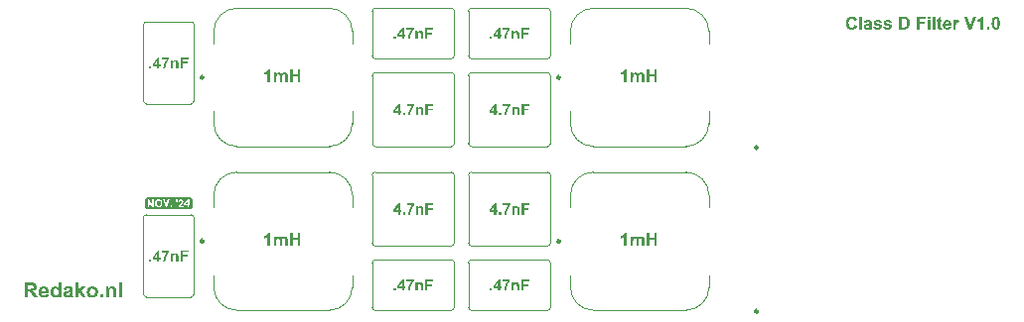
<source format=gto>
G04*
G04 #@! TF.GenerationSoftware,Altium Limited,Altium Designer,22.4.2 (48)*
G04*
G04 Layer_Color=65535*
%FSLAX44Y44*%
%MOMM*%
G71*
G04*
G04 #@! TF.SameCoordinates,4816D0BE-1F83-4A6B-9D26-C2E6DC4596A5*
G04*
G04*
G04 #@! TF.FilePolarity,Positive*
G04*
G01*
G75*
%ADD10C,0.2500*%
%ADD11C,0.1000*%
G36*
X194021Y-42513D02*
Y-32513D01*
X192021Y-34513D01*
Y-40513D01*
X194021Y-42513D01*
D02*
G37*
G36*
X231021Y-32513D02*
Y-42513D01*
X233021Y-40513D01*
Y-34513D01*
X231021Y-32513D01*
D02*
G37*
G36*
X231021Y-42513D02*
X194021D01*
Y-32513D01*
X231021D01*
Y-42513D01*
D02*
G37*
G36*
X120886Y-118083D02*
X118608D01*
Y-116732D01*
X118590Y-116769D01*
X118516Y-116861D01*
X118386Y-117009D01*
X118219Y-117176D01*
X118034Y-117361D01*
X117793Y-117565D01*
X117534Y-117750D01*
X117256Y-117917D01*
X117219Y-117935D01*
X117127Y-117972D01*
X116960Y-118028D01*
X116775Y-118102D01*
X116534Y-118176D01*
X116257Y-118231D01*
X115979Y-118268D01*
X115682Y-118287D01*
X115534D01*
X115423Y-118268D01*
X115275Y-118250D01*
X115127Y-118213D01*
X114942Y-118176D01*
X114738Y-118120D01*
X114534Y-118065D01*
X114312Y-117972D01*
X114090Y-117880D01*
X113849Y-117750D01*
X113627Y-117602D01*
X113386Y-117435D01*
X113164Y-117232D01*
X112942Y-117009D01*
X112923Y-116991D01*
X112886Y-116954D01*
X112831Y-116880D01*
X112775Y-116769D01*
X112683Y-116639D01*
X112590Y-116472D01*
X112479Y-116287D01*
X112387Y-116065D01*
X112275Y-115824D01*
X112164Y-115565D01*
X112072Y-115269D01*
X111998Y-114954D01*
X111924Y-114602D01*
X111868Y-114232D01*
X111831Y-113843D01*
X111812Y-113417D01*
Y-113399D01*
Y-113306D01*
Y-113195D01*
X111831Y-113028D01*
X111849Y-112825D01*
X111868Y-112603D01*
X111905Y-112343D01*
X111942Y-112084D01*
X112072Y-111491D01*
X112164Y-111195D01*
X112275Y-110899D01*
X112405Y-110603D01*
X112553Y-110325D01*
X112720Y-110066D01*
X112905Y-109825D01*
X112923Y-109806D01*
X112961Y-109769D01*
X113016Y-109714D01*
X113109Y-109621D01*
X113220Y-109529D01*
X113349Y-109436D01*
X113497Y-109325D01*
X113683Y-109195D01*
X113868Y-109084D01*
X114090Y-108973D01*
X114553Y-108770D01*
X114831Y-108695D01*
X115108Y-108640D01*
X115405Y-108603D01*
X115719Y-108584D01*
X115868D01*
X115979Y-108603D01*
X116108Y-108621D01*
X116275Y-108658D01*
X116442Y-108695D01*
X116645Y-108751D01*
X116849Y-108807D01*
X117071Y-108899D01*
X117293Y-109010D01*
X117516Y-109121D01*
X117756Y-109288D01*
X117978Y-109455D01*
X118201Y-109658D01*
X118423Y-109881D01*
Y-105270D01*
X120886D01*
Y-118083D01*
D02*
G37*
G36*
X164751Y-108603D02*
X164955Y-108621D01*
X165177Y-108658D01*
X165418Y-108714D01*
X165677Y-108788D01*
X165937Y-108881D01*
X165974Y-108899D01*
X166048Y-108936D01*
X166177Y-108992D01*
X166325Y-109084D01*
X166492Y-109195D01*
X166659Y-109325D01*
X166825Y-109473D01*
X166973Y-109640D01*
X166992Y-109658D01*
X167029Y-109714D01*
X167085Y-109806D01*
X167159Y-109936D01*
X167251Y-110084D01*
X167325Y-110269D01*
X167399Y-110455D01*
X167455Y-110677D01*
Y-110695D01*
X167473Y-110788D01*
X167510Y-110917D01*
X167529Y-111103D01*
X167566Y-111325D01*
X167584Y-111621D01*
X167603Y-111936D01*
Y-112325D01*
Y-118083D01*
X165140D01*
Y-113362D01*
Y-113343D01*
Y-113288D01*
Y-113214D01*
Y-113121D01*
Y-112991D01*
Y-112862D01*
X165122Y-112547D01*
X165103Y-112232D01*
X165066Y-111899D01*
X165029Y-111621D01*
X165011Y-111510D01*
X164974Y-111417D01*
Y-111399D01*
X164937Y-111343D01*
X164900Y-111269D01*
X164844Y-111158D01*
X164677Y-110936D01*
X164585Y-110825D01*
X164455Y-110732D01*
X164437Y-110714D01*
X164400Y-110695D01*
X164326Y-110658D01*
X164214Y-110603D01*
X164085Y-110547D01*
X163955Y-110510D01*
X163789Y-110492D01*
X163603Y-110473D01*
X163492D01*
X163381Y-110492D01*
X163233Y-110510D01*
X163048Y-110566D01*
X162863Y-110621D01*
X162659Y-110714D01*
X162455Y-110825D01*
X162437Y-110843D01*
X162381Y-110880D01*
X162289Y-110973D01*
X162178Y-111066D01*
X162067Y-111214D01*
X161956Y-111362D01*
X161844Y-111566D01*
X161770Y-111769D01*
Y-111788D01*
X161733Y-111880D01*
X161715Y-112029D01*
X161678Y-112251D01*
X161659Y-112380D01*
X161641Y-112547D01*
X161622Y-112714D01*
Y-112917D01*
X161604Y-113121D01*
X161585Y-113362D01*
Y-113621D01*
Y-113899D01*
Y-118083D01*
X159122D01*
Y-108788D01*
X161400D01*
Y-110158D01*
X161418Y-110140D01*
X161455Y-110084D01*
X161530Y-110010D01*
X161622Y-109918D01*
X161733Y-109788D01*
X161881Y-109658D01*
X162048Y-109510D01*
X162233Y-109362D01*
X162437Y-109232D01*
X162678Y-109084D01*
X162918Y-108955D01*
X163196Y-108825D01*
X163492Y-108733D01*
X163789Y-108658D01*
X164122Y-108603D01*
X164455Y-108584D01*
X164585D01*
X164751Y-108603D01*
D02*
G37*
G36*
X172547Y-118083D02*
X170084D01*
Y-105270D01*
X172547D01*
Y-118083D01*
D02*
G37*
G36*
X156623Y-118083D02*
X154160D01*
Y-115621D01*
X156623D01*
Y-118083D01*
D02*
G37*
G36*
X135643Y-112065D02*
X138513Y-108788D01*
X141532D01*
X138347Y-112195D01*
X141754Y-118083D01*
X139106D01*
X136754Y-113917D01*
X135643Y-115121D01*
Y-118083D01*
X133181D01*
Y-105270D01*
X135643D01*
Y-112065D01*
D02*
G37*
G36*
X127329Y-108603D02*
X127478D01*
X127848Y-108640D01*
X128237Y-108677D01*
X128644Y-108751D01*
X129033Y-108862D01*
X129200Y-108918D01*
X129366Y-108992D01*
X129385D01*
X129403Y-109010D01*
X129496Y-109066D01*
X129644Y-109140D01*
X129811Y-109251D01*
X130014Y-109399D01*
X130199Y-109566D01*
X130366Y-109769D01*
X130514Y-109973D01*
X130533Y-110010D01*
X130570Y-110084D01*
X130625Y-110251D01*
X130644Y-110343D01*
X130681Y-110473D01*
X130718Y-110603D01*
X130737Y-110769D01*
X130773Y-110955D01*
X130792Y-111158D01*
X130810Y-111380D01*
X130829Y-111621D01*
X130848Y-111880D01*
Y-112177D01*
X130810Y-115047D01*
Y-115065D01*
Y-115102D01*
Y-115158D01*
Y-115250D01*
Y-115472D01*
X130829Y-115732D01*
Y-116028D01*
X130866Y-116324D01*
X130885Y-116621D01*
X130922Y-116861D01*
Y-116880D01*
X130940Y-116954D01*
X130977Y-117084D01*
X131014Y-117232D01*
X131088Y-117417D01*
X131162Y-117620D01*
X131255Y-117843D01*
X131366Y-118083D01*
X128940D01*
Y-118065D01*
X128922Y-118046D01*
X128903Y-117972D01*
X128866Y-117898D01*
X128829Y-117806D01*
X128792Y-117676D01*
X128755Y-117528D01*
X128700Y-117361D01*
Y-117343D01*
X128681Y-117324D01*
X128663Y-117250D01*
X128626Y-117158D01*
X128607Y-117084D01*
X128570Y-117102D01*
X128496Y-117176D01*
X128366Y-117287D01*
X128200Y-117417D01*
X127996Y-117565D01*
X127774Y-117732D01*
X127515Y-117861D01*
X127255Y-117991D01*
X127218Y-118009D01*
X127126Y-118028D01*
X126978Y-118083D01*
X126792Y-118139D01*
X126570Y-118195D01*
X126311Y-118231D01*
X126015Y-118268D01*
X125718Y-118287D01*
X125589D01*
X125478Y-118268D01*
X125367D01*
X125218Y-118250D01*
X124904Y-118195D01*
X124533Y-118102D01*
X124163Y-117972D01*
X123793Y-117787D01*
X123459Y-117528D01*
Y-117509D01*
X123422Y-117491D01*
X123330Y-117380D01*
X123200Y-117213D01*
X123052Y-116991D01*
X122904Y-116713D01*
X122774Y-116380D01*
X122682Y-115991D01*
X122663Y-115787D01*
X122645Y-115565D01*
Y-115528D01*
Y-115435D01*
X122663Y-115287D01*
X122700Y-115102D01*
X122737Y-114880D01*
X122793Y-114658D01*
X122885Y-114417D01*
X123015Y-114176D01*
X123034Y-114139D01*
X123089Y-114065D01*
X123163Y-113954D01*
X123293Y-113825D01*
X123422Y-113676D01*
X123608Y-113510D01*
X123811Y-113362D01*
X124052Y-113232D01*
X124089Y-113214D01*
X124182Y-113176D01*
X124330Y-113121D01*
X124552Y-113028D01*
X124830Y-112936D01*
X125163Y-112843D01*
X125570Y-112751D01*
X126015Y-112658D01*
X126033D01*
X126089Y-112640D01*
X126181Y-112621D01*
X126292Y-112603D01*
X126441Y-112584D01*
X126607Y-112547D01*
X126978Y-112454D01*
X127366Y-112362D01*
X127774Y-112269D01*
X128126Y-112158D01*
X128292Y-112102D01*
X128422Y-112047D01*
Y-111806D01*
Y-111769D01*
Y-111695D01*
X128403Y-111566D01*
X128385Y-111399D01*
X128329Y-111232D01*
X128274Y-111066D01*
X128181Y-110918D01*
X128052Y-110788D01*
X128033Y-110769D01*
X127978Y-110732D01*
X127885Y-110695D01*
X127755Y-110621D01*
X127570Y-110566D01*
X127348Y-110529D01*
X127070Y-110492D01*
X126737Y-110473D01*
X126626D01*
X126515Y-110492D01*
X126367Y-110510D01*
X126200Y-110547D01*
X126015Y-110584D01*
X125848Y-110658D01*
X125700Y-110751D01*
X125681Y-110769D01*
X125644Y-110806D01*
X125570Y-110862D01*
X125496Y-110955D01*
X125385Y-111084D01*
X125293Y-111251D01*
X125200Y-111436D01*
X125107Y-111658D01*
X122904Y-111251D01*
Y-111232D01*
X122922Y-111195D01*
X122941Y-111121D01*
X122978Y-111029D01*
X123015Y-110918D01*
X123071Y-110788D01*
X123200Y-110492D01*
X123385Y-110177D01*
X123608Y-109844D01*
X123867Y-109529D01*
X124182Y-109251D01*
X124200D01*
X124219Y-109214D01*
X124274Y-109195D01*
X124348Y-109140D01*
X124459Y-109103D01*
X124570Y-109047D01*
X124719Y-108973D01*
X124867Y-108918D01*
X125052Y-108862D01*
X125256Y-108788D01*
X125478Y-108733D01*
X125737Y-108695D01*
X125996Y-108640D01*
X126292Y-108621D01*
X126589Y-108584D01*
X127200D01*
X127329Y-108603D01*
D02*
G37*
G36*
X95444Y-105288D02*
X95647D01*
X95851Y-105307D01*
X96092D01*
X96573Y-105363D01*
X97073Y-105418D01*
X97536Y-105511D01*
X97740Y-105566D01*
X97925Y-105622D01*
X97944D01*
X97962Y-105640D01*
X98073Y-105696D01*
X98240Y-105788D01*
X98462Y-105899D01*
X98703Y-106085D01*
X98944Y-106288D01*
X99184Y-106547D01*
X99406Y-106862D01*
Y-106881D01*
X99425Y-106899D01*
X99462Y-106955D01*
X99499Y-107010D01*
X99592Y-107196D01*
X99703Y-107436D01*
X99795Y-107733D01*
X99888Y-108066D01*
X99962Y-108455D01*
X99980Y-108862D01*
Y-108881D01*
Y-108918D01*
Y-109010D01*
X99962Y-109103D01*
Y-109232D01*
X99943Y-109362D01*
X99869Y-109695D01*
X99777Y-110084D01*
X99629Y-110473D01*
X99406Y-110880D01*
X99277Y-111066D01*
X99129Y-111251D01*
X99110Y-111269D01*
X99092Y-111288D01*
X99036Y-111343D01*
X98962Y-111399D01*
X98888Y-111473D01*
X98777Y-111566D01*
X98647Y-111658D01*
X98499Y-111751D01*
X98332Y-111862D01*
X98129Y-111954D01*
X97925Y-112047D01*
X97703Y-112140D01*
X97444Y-112232D01*
X97184Y-112306D01*
X96907Y-112380D01*
X96592Y-112436D01*
X96610D01*
X96629Y-112454D01*
X96740Y-112528D01*
X96888Y-112621D01*
X97073Y-112751D01*
X97296Y-112917D01*
X97518Y-113084D01*
X97758Y-113288D01*
X97962Y-113510D01*
X97981Y-113528D01*
X98073Y-113621D01*
X98184Y-113769D01*
X98351Y-113991D01*
X98573Y-114269D01*
X98684Y-114454D01*
X98814Y-114639D01*
X98962Y-114843D01*
X99110Y-115065D01*
X99277Y-115324D01*
X99443Y-115584D01*
X101017Y-118083D01*
X97907D01*
X96055Y-115306D01*
X96036Y-115287D01*
X96018Y-115232D01*
X95962Y-115158D01*
X95888Y-115065D01*
X95814Y-114954D01*
X95722Y-114806D01*
X95518Y-114510D01*
X95277Y-114176D01*
X95055Y-113880D01*
X94851Y-113602D01*
X94759Y-113510D01*
X94685Y-113417D01*
X94666Y-113399D01*
X94629Y-113362D01*
X94555Y-113288D01*
X94462Y-113195D01*
X94333Y-113121D01*
X94203Y-113028D01*
X94055Y-112954D01*
X93907Y-112880D01*
X93888D01*
X93833Y-112862D01*
X93740Y-112825D01*
X93592Y-112806D01*
X93407Y-112769D01*
X93185Y-112751D01*
X92926Y-112732D01*
X92092D01*
Y-118083D01*
X89500D01*
Y-105270D01*
X95277D01*
X95444Y-105288D01*
D02*
G37*
G36*
X147790Y-108603D02*
X147975Y-108621D01*
X148179Y-108658D01*
X148420Y-108695D01*
X148660Y-108751D01*
X148938Y-108825D01*
X149216Y-108918D01*
X149494Y-109029D01*
X149790Y-109158D01*
X150086Y-109325D01*
X150364Y-109510D01*
X150642Y-109714D01*
X150901Y-109955D01*
X150920Y-109973D01*
X150957Y-110010D01*
X151031Y-110103D01*
X151105Y-110195D01*
X151216Y-110343D01*
X151327Y-110492D01*
X151456Y-110695D01*
X151586Y-110899D01*
X151697Y-111140D01*
X151827Y-111399D01*
X151938Y-111695D01*
X152049Y-111991D01*
X152123Y-112325D01*
X152197Y-112658D01*
X152234Y-113028D01*
X152253Y-113417D01*
Y-113436D01*
Y-113510D01*
Y-113621D01*
X152234Y-113769D01*
X152216Y-113954D01*
X152179Y-114158D01*
X152142Y-114399D01*
X152086Y-114639D01*
X152012Y-114917D01*
X151919Y-115195D01*
X151808Y-115491D01*
X151679Y-115787D01*
X151512Y-116084D01*
X151327Y-116361D01*
X151123Y-116639D01*
X150883Y-116917D01*
X150864Y-116935D01*
X150827Y-116972D01*
X150753Y-117046D01*
X150642Y-117139D01*
X150512Y-117232D01*
X150345Y-117343D01*
X150160Y-117472D01*
X149957Y-117602D01*
X149716Y-117732D01*
X149457Y-117861D01*
X149179Y-117972D01*
X148864Y-118065D01*
X148549Y-118157D01*
X148198Y-118231D01*
X147846Y-118268D01*
X147457Y-118287D01*
X147327D01*
X147235Y-118268D01*
X147124D01*
X146994Y-118250D01*
X146679Y-118213D01*
X146290Y-118139D01*
X145883Y-118046D01*
X145457Y-117898D01*
X145013Y-117713D01*
X144994D01*
X144957Y-117695D01*
X144902Y-117657D01*
X144828Y-117602D01*
X144624Y-117472D01*
X144365Y-117287D01*
X144087Y-117046D01*
X143791Y-116750D01*
X143513Y-116417D01*
X143254Y-116028D01*
Y-116010D01*
X143235Y-115972D01*
X143198Y-115917D01*
X143161Y-115824D01*
X143124Y-115713D01*
X143069Y-115584D01*
X143013Y-115435D01*
X142957Y-115269D01*
X142902Y-115084D01*
X142846Y-114880D01*
X142754Y-114417D01*
X142680Y-113880D01*
X142661Y-113306D01*
Y-113288D01*
Y-113251D01*
Y-113176D01*
X142680Y-113102D01*
Y-112991D01*
X142698Y-112862D01*
X142735Y-112547D01*
X142809Y-112195D01*
X142920Y-111806D01*
X143050Y-111380D01*
X143254Y-110955D01*
Y-110936D01*
X143291Y-110899D01*
X143309Y-110843D01*
X143365Y-110769D01*
X143513Y-110566D01*
X143698Y-110306D01*
X143939Y-110029D01*
X144235Y-109732D01*
X144568Y-109455D01*
X144957Y-109195D01*
X144976D01*
X145013Y-109177D01*
X145068Y-109140D01*
X145161Y-109103D01*
X145253Y-109047D01*
X145383Y-109010D01*
X145531Y-108955D01*
X145679Y-108881D01*
X146050Y-108770D01*
X146476Y-108677D01*
X146938Y-108603D01*
X147438Y-108584D01*
X147642D01*
X147790Y-108603D01*
D02*
G37*
G36*
X106276D02*
X106443Y-108621D01*
X106646Y-108658D01*
X106869Y-108695D01*
X107109Y-108751D01*
X107368Y-108825D01*
X107628Y-108918D01*
X107906Y-109029D01*
X108183Y-109177D01*
X108442Y-109325D01*
X108702Y-109510D01*
X108961Y-109732D01*
X109183Y-109973D01*
X109202Y-109992D01*
X109239Y-110029D01*
X109294Y-110121D01*
X109368Y-110232D01*
X109461Y-110380D01*
X109553Y-110547D01*
X109665Y-110769D01*
X109776Y-111010D01*
X109887Y-111288D01*
X109998Y-111603D01*
X110091Y-111936D01*
X110183Y-112325D01*
X110257Y-112732D01*
X110313Y-113176D01*
X110350Y-113639D01*
Y-114158D01*
X104202D01*
Y-114176D01*
Y-114213D01*
Y-114269D01*
X104221Y-114343D01*
X104239Y-114528D01*
X104276Y-114787D01*
X104350Y-115047D01*
X104461Y-115343D01*
X104591Y-115621D01*
X104776Y-115861D01*
X104795Y-115880D01*
X104887Y-115954D01*
X104998Y-116047D01*
X105165Y-116158D01*
X105369Y-116269D01*
X105628Y-116361D01*
X105906Y-116435D01*
X106202Y-116454D01*
X106295D01*
X106406Y-116435D01*
X106535Y-116417D01*
X106683Y-116380D01*
X106850Y-116324D01*
X107017Y-116250D01*
X107165Y-116139D01*
X107183Y-116121D01*
X107239Y-116084D01*
X107313Y-116010D01*
X107387Y-115898D01*
X107498Y-115750D01*
X107591Y-115584D01*
X107683Y-115361D01*
X107776Y-115121D01*
X110220Y-115528D01*
Y-115547D01*
X110202Y-115584D01*
X110164Y-115658D01*
X110127Y-115750D01*
X110072Y-115861D01*
X110016Y-115991D01*
X109850Y-116287D01*
X109646Y-116621D01*
X109387Y-116972D01*
X109072Y-117287D01*
X108720Y-117583D01*
X108702D01*
X108683Y-117620D01*
X108609Y-117639D01*
X108535Y-117695D01*
X108442Y-117750D01*
X108313Y-117806D01*
X108183Y-117861D01*
X108017Y-117935D01*
X107646Y-118065D01*
X107220Y-118176D01*
X106720Y-118250D01*
X106184Y-118287D01*
X106072D01*
X105961Y-118268D01*
X105795D01*
X105591Y-118231D01*
X105350Y-118195D01*
X105091Y-118157D01*
X104832Y-118083D01*
X104536Y-118009D01*
X104239Y-117898D01*
X103943Y-117769D01*
X103647Y-117620D01*
X103350Y-117435D01*
X103073Y-117232D01*
X102832Y-116991D01*
X102591Y-116713D01*
X102573Y-116695D01*
X102554Y-116658D01*
X102517Y-116583D01*
X102443Y-116491D01*
X102388Y-116361D01*
X102313Y-116213D01*
X102221Y-116047D01*
X102147Y-115843D01*
X102054Y-115621D01*
X101980Y-115380D01*
X101888Y-115121D01*
X101832Y-114824D01*
X101777Y-114528D01*
X101721Y-114213D01*
X101702Y-113862D01*
X101684Y-113510D01*
Y-113491D01*
Y-113417D01*
Y-113288D01*
X101702Y-113121D01*
X101721Y-112936D01*
X101740Y-112714D01*
X101777Y-112473D01*
X101832Y-112195D01*
X101980Y-111621D01*
X102073Y-111325D01*
X102184Y-111010D01*
X102332Y-110714D01*
X102499Y-110436D01*
X102684Y-110158D01*
X102887Y-109899D01*
X102906Y-109881D01*
X102943Y-109844D01*
X103017Y-109769D01*
X103110Y-109695D01*
X103221Y-109603D01*
X103369Y-109492D01*
X103536Y-109362D01*
X103721Y-109232D01*
X103924Y-109121D01*
X104165Y-108992D01*
X104406Y-108881D01*
X104684Y-108788D01*
X104961Y-108714D01*
X105276Y-108640D01*
X105591Y-108603D01*
X105924Y-108584D01*
X106128D01*
X106276Y-108603D01*
D02*
G37*
G36*
X218623Y-80219D02*
X218776Y-80233D01*
X218942Y-80261D01*
X219122Y-80303D01*
X219316Y-80358D01*
X219510Y-80428D01*
X219538Y-80441D01*
X219594Y-80469D01*
X219691Y-80511D01*
X219802Y-80580D01*
X219926Y-80663D01*
X220051Y-80760D01*
X220176Y-80871D01*
X220287Y-80996D01*
X220301Y-81010D01*
X220329Y-81052D01*
X220370Y-81121D01*
X220426Y-81218D01*
X220495Y-81329D01*
X220551Y-81468D01*
X220606Y-81606D01*
X220648Y-81773D01*
Y-81787D01*
X220662Y-81856D01*
X220689Y-81953D01*
X220703Y-82092D01*
X220731Y-82258D01*
X220745Y-82480D01*
X220759Y-82716D01*
Y-83007D01*
Y-87320D01*
X218914D01*
Y-83784D01*
Y-83770D01*
Y-83728D01*
Y-83673D01*
Y-83603D01*
Y-83506D01*
Y-83409D01*
X218900Y-83174D01*
X218886Y-82938D01*
X218859Y-82688D01*
X218831Y-82480D01*
X218817Y-82397D01*
X218789Y-82327D01*
Y-82314D01*
X218762Y-82272D01*
X218734Y-82217D01*
X218692Y-82133D01*
X218567Y-81967D01*
X218498Y-81884D01*
X218401Y-81814D01*
X218387Y-81800D01*
X218359Y-81787D01*
X218304Y-81759D01*
X218221Y-81717D01*
X218124Y-81676D01*
X218027Y-81648D01*
X217902Y-81634D01*
X217763Y-81620D01*
X217680D01*
X217597Y-81634D01*
X217486Y-81648D01*
X217347Y-81690D01*
X217208Y-81731D01*
X217056Y-81800D01*
X216903Y-81884D01*
X216889Y-81898D01*
X216848Y-81925D01*
X216778Y-81995D01*
X216695Y-82064D01*
X216612Y-82175D01*
X216529Y-82286D01*
X216446Y-82438D01*
X216390Y-82591D01*
Y-82605D01*
X216362Y-82674D01*
X216348Y-82785D01*
X216321Y-82952D01*
X216307Y-83049D01*
X216293Y-83174D01*
X216279Y-83298D01*
Y-83451D01*
X216265Y-83603D01*
X216251Y-83784D01*
Y-83978D01*
Y-84186D01*
Y-87320D01*
X214407D01*
Y-80358D01*
X216113D01*
Y-81384D01*
X216127Y-81371D01*
X216154Y-81329D01*
X216210Y-81273D01*
X216279Y-81204D01*
X216362Y-81107D01*
X216473Y-81010D01*
X216598Y-80899D01*
X216737Y-80788D01*
X216889Y-80691D01*
X217070Y-80580D01*
X217250Y-80483D01*
X217458Y-80386D01*
X217680Y-80317D01*
X217902Y-80261D01*
X218151Y-80219D01*
X218401Y-80206D01*
X218498D01*
X218623Y-80219D01*
D02*
G37*
G36*
X229232Y-79346D02*
X224586D01*
Y-81620D01*
X228594D01*
Y-83243D01*
X224586D01*
Y-87320D01*
X222645D01*
Y-77723D01*
X229232D01*
Y-79346D01*
D02*
G37*
G36*
X212868Y-79179D02*
X212854Y-79193D01*
X212826Y-79221D01*
X212784Y-79263D01*
X212729Y-79318D01*
X212659Y-79401D01*
X212576Y-79498D01*
X212479Y-79609D01*
X212368Y-79748D01*
X212257Y-79900D01*
X212132Y-80067D01*
X211994Y-80247D01*
X211855Y-80441D01*
X211716Y-80663D01*
X211578Y-80885D01*
X211425Y-81135D01*
X211273Y-81398D01*
X211259Y-81412D01*
X211231Y-81468D01*
X211189Y-81537D01*
X211134Y-81648D01*
X211078Y-81773D01*
X210995Y-81939D01*
X210912Y-82120D01*
X210815Y-82314D01*
X210718Y-82535D01*
X210621Y-82771D01*
X210510Y-83021D01*
X210413Y-83284D01*
X210219Y-83853D01*
X210038Y-84449D01*
Y-84463D01*
X210025Y-84519D01*
X209997Y-84602D01*
X209969Y-84727D01*
X209941Y-84865D01*
X209914Y-85018D01*
X209872Y-85212D01*
X209830Y-85406D01*
X209789Y-85628D01*
X209761Y-85850D01*
X209692Y-86335D01*
X209650Y-86835D01*
X209636Y-87320D01*
X207861D01*
Y-87292D01*
Y-87237D01*
X207875Y-87126D01*
Y-86973D01*
X207889Y-86793D01*
X207917Y-86585D01*
X207944Y-86335D01*
X207986Y-86072D01*
X208027Y-85781D01*
X208083Y-85462D01*
X208152Y-85129D01*
X208222Y-84768D01*
X208319Y-84408D01*
X208416Y-84033D01*
X208541Y-83659D01*
X208679Y-83271D01*
X208693Y-83243D01*
X208721Y-83174D01*
X208762Y-83062D01*
X208818Y-82924D01*
X208901Y-82744D01*
X208998Y-82522D01*
X209109Y-82286D01*
X209234Y-82022D01*
X209373Y-81745D01*
X209525Y-81454D01*
X209692Y-81135D01*
X209886Y-80830D01*
X210288Y-80178D01*
X210746Y-79554D01*
X206571D01*
Y-77848D01*
X212868D01*
Y-79179D01*
D02*
G37*
G36*
X204505Y-83784D02*
X205698D01*
Y-85392D01*
X204505D01*
Y-87320D01*
X202730D01*
Y-85392D01*
X198791D01*
Y-83798D01*
X202952Y-77682D01*
X204505D01*
Y-83784D01*
D02*
G37*
G36*
X197612Y-87320D02*
X195768D01*
Y-85476D01*
X197612D01*
Y-87320D01*
D02*
G37*
G36*
X218623Y84781D02*
X218776Y84768D01*
X218942Y84740D01*
X219122Y84698D01*
X219316Y84643D01*
X219510Y84573D01*
X219538Y84559D01*
X219594Y84532D01*
X219691Y84490D01*
X219802Y84421D01*
X219926Y84338D01*
X220051Y84241D01*
X220176Y84129D01*
X220287Y84005D01*
X220301Y83991D01*
X220329Y83949D01*
X220370Y83880D01*
X220426Y83783D01*
X220495Y83672D01*
X220551Y83533D01*
X220606Y83394D01*
X220648Y83228D01*
Y83214D01*
X220662Y83145D01*
X220689Y83048D01*
X220703Y82909D01*
X220731Y82743D01*
X220745Y82521D01*
X220759Y82285D01*
Y81994D01*
Y77681D01*
X218914D01*
Y81217D01*
Y81231D01*
Y81273D01*
Y81328D01*
Y81397D01*
Y81495D01*
Y81592D01*
X218900Y81827D01*
X218886Y82063D01*
X218859Y82313D01*
X218831Y82521D01*
X218817Y82604D01*
X218789Y82673D01*
Y82687D01*
X218762Y82729D01*
X218734Y82784D01*
X218692Y82867D01*
X218567Y83034D01*
X218498Y83117D01*
X218401Y83187D01*
X218387Y83200D01*
X218359Y83214D01*
X218304Y83242D01*
X218221Y83284D01*
X218124Y83325D01*
X218027Y83353D01*
X217902Y83367D01*
X217763Y83381D01*
X217680D01*
X217597Y83367D01*
X217486Y83353D01*
X217347Y83311D01*
X217208Y83270D01*
X217056Y83200D01*
X216903Y83117D01*
X216889Y83103D01*
X216848Y83076D01*
X216778Y83006D01*
X216695Y82937D01*
X216612Y82826D01*
X216529Y82715D01*
X216446Y82562D01*
X216390Y82410D01*
Y82396D01*
X216362Y82327D01*
X216348Y82216D01*
X216321Y82049D01*
X216307Y81952D01*
X216293Y81827D01*
X216279Y81703D01*
Y81550D01*
X216265Y81397D01*
X216251Y81217D01*
Y81023D01*
Y80815D01*
Y77681D01*
X214407D01*
Y84643D01*
X216113D01*
Y83616D01*
X216127Y83630D01*
X216154Y83672D01*
X216210Y83727D01*
X216279Y83797D01*
X216362Y83894D01*
X216473Y83991D01*
X216598Y84102D01*
X216737Y84213D01*
X216889Y84310D01*
X217070Y84421D01*
X217250Y84518D01*
X217458Y84615D01*
X217680Y84684D01*
X217902Y84740D01*
X218151Y84781D01*
X218401Y84795D01*
X218498D01*
X218623Y84781D01*
D02*
G37*
G36*
X229232Y85655D02*
X224586D01*
Y83381D01*
X228594D01*
Y81758D01*
X224586D01*
Y77681D01*
X222645D01*
Y87278D01*
X229232D01*
Y85655D01*
D02*
G37*
G36*
X212868Y85822D02*
X212854Y85808D01*
X212826Y85780D01*
X212784Y85738D01*
X212729Y85683D01*
X212659Y85600D01*
X212576Y85503D01*
X212479Y85392D01*
X212368Y85253D01*
X212257Y85100D01*
X212132Y84934D01*
X211994Y84754D01*
X211855Y84559D01*
X211716Y84338D01*
X211578Y84116D01*
X211425Y83866D01*
X211273Y83603D01*
X211259Y83589D01*
X211231Y83533D01*
X211189Y83464D01*
X211134Y83353D01*
X211078Y83228D01*
X210995Y83062D01*
X210912Y82881D01*
X210815Y82687D01*
X210718Y82465D01*
X210621Y82230D01*
X210510Y81980D01*
X210413Y81716D01*
X210219Y81148D01*
X210038Y80552D01*
Y80538D01*
X210025Y80482D01*
X209997Y80399D01*
X209969Y80274D01*
X209941Y80135D01*
X209914Y79983D01*
X209872Y79789D01*
X209830Y79595D01*
X209789Y79373D01*
X209761Y79151D01*
X209692Y78665D01*
X209650Y78166D01*
X209636Y77681D01*
X207861D01*
Y77709D01*
Y77764D01*
X207875Y77875D01*
Y78028D01*
X207889Y78208D01*
X207917Y78416D01*
X207944Y78665D01*
X207986Y78929D01*
X208027Y79220D01*
X208083Y79539D01*
X208152Y79872D01*
X208222Y80232D01*
X208319Y80593D01*
X208416Y80968D01*
X208541Y81342D01*
X208679Y81730D01*
X208693Y81758D01*
X208721Y81827D01*
X208762Y81938D01*
X208818Y82077D01*
X208901Y82257D01*
X208998Y82479D01*
X209109Y82715D01*
X209234Y82978D01*
X209373Y83256D01*
X209525Y83547D01*
X209692Y83866D01*
X209886Y84171D01*
X210288Y84823D01*
X210746Y85447D01*
X206571D01*
Y87153D01*
X212868D01*
Y85822D01*
D02*
G37*
G36*
X204505Y81217D02*
X205698D01*
Y79608D01*
X204505D01*
Y77681D01*
X202730D01*
Y79608D01*
X198791D01*
Y81203D01*
X202952Y87319D01*
X204505D01*
Y81217D01*
D02*
G37*
G36*
X197612Y77681D02*
X195768D01*
Y79525D01*
X197612D01*
Y77681D01*
D02*
G37*
G36*
X509123Y-105219D02*
X509275Y-105232D01*
X509442Y-105260D01*
X509622Y-105302D01*
X509816Y-105357D01*
X510010Y-105427D01*
X510038Y-105441D01*
X510094Y-105468D01*
X510191Y-105510D01*
X510302Y-105579D01*
X510426Y-105662D01*
X510551Y-105759D01*
X510676Y-105871D01*
X510787Y-105995D01*
X510801Y-106009D01*
X510829Y-106051D01*
X510870Y-106120D01*
X510926Y-106217D01*
X510995Y-106328D01*
X511051Y-106467D01*
X511106Y-106606D01*
X511148Y-106772D01*
Y-106786D01*
X511161Y-106855D01*
X511189Y-106952D01*
X511203Y-107091D01*
X511231Y-107257D01*
X511245Y-107479D01*
X511259Y-107715D01*
Y-108006D01*
Y-112319D01*
X509414D01*
Y-108783D01*
Y-108769D01*
Y-108727D01*
Y-108672D01*
Y-108603D01*
Y-108505D01*
Y-108408D01*
X509400Y-108173D01*
X509386Y-107937D01*
X509359Y-107687D01*
X509331Y-107479D01*
X509317Y-107396D01*
X509289Y-107327D01*
Y-107313D01*
X509262Y-107271D01*
X509234Y-107216D01*
X509192Y-107133D01*
X509067Y-106966D01*
X508998Y-106883D01*
X508901Y-106813D01*
X508887Y-106800D01*
X508859Y-106786D01*
X508804Y-106758D01*
X508721Y-106716D01*
X508624Y-106675D01*
X508526Y-106647D01*
X508402Y-106633D01*
X508263Y-106619D01*
X508180D01*
X508097Y-106633D01*
X507986Y-106647D01*
X507847Y-106689D01*
X507708Y-106730D01*
X507556Y-106800D01*
X507403Y-106883D01*
X507389Y-106897D01*
X507348Y-106924D01*
X507278Y-106994D01*
X507195Y-107063D01*
X507112Y-107174D01*
X507029Y-107285D01*
X506945Y-107438D01*
X506890Y-107590D01*
Y-107604D01*
X506862Y-107673D01*
X506848Y-107784D01*
X506821Y-107951D01*
X506807Y-108048D01*
X506793Y-108173D01*
X506779Y-108297D01*
Y-108450D01*
X506765Y-108603D01*
X506751Y-108783D01*
Y-108977D01*
Y-109185D01*
Y-112319D01*
X504907D01*
Y-105357D01*
X506613D01*
Y-106384D01*
X506627Y-106370D01*
X506654Y-106328D01*
X506710Y-106273D01*
X506779Y-106203D01*
X506862Y-106106D01*
X506973Y-106009D01*
X507098Y-105898D01*
X507237Y-105787D01*
X507389Y-105690D01*
X507570Y-105579D01*
X507750Y-105482D01*
X507958Y-105385D01*
X508180Y-105316D01*
X508402Y-105260D01*
X508651Y-105219D01*
X508901Y-105205D01*
X508998D01*
X509123Y-105219D01*
D02*
G37*
G36*
X519732Y-104345D02*
X515086D01*
Y-106619D01*
X519094D01*
Y-108242D01*
X515086D01*
Y-112319D01*
X513145D01*
Y-102722D01*
X519732D01*
Y-104345D01*
D02*
G37*
G36*
X503368Y-104178D02*
X503354Y-104192D01*
X503326Y-104220D01*
X503284Y-104262D01*
X503229Y-104317D01*
X503159Y-104400D01*
X503076Y-104497D01*
X502979Y-104608D01*
X502868Y-104747D01*
X502757Y-104900D01*
X502632Y-105066D01*
X502494Y-105246D01*
X502355Y-105441D01*
X502216Y-105662D01*
X502078Y-105884D01*
X501925Y-106134D01*
X501773Y-106397D01*
X501759Y-106411D01*
X501731Y-106467D01*
X501689Y-106536D01*
X501634Y-106647D01*
X501578Y-106772D01*
X501495Y-106938D01*
X501412Y-107119D01*
X501315Y-107313D01*
X501218Y-107535D01*
X501121Y-107770D01*
X501010Y-108020D01*
X500913Y-108284D01*
X500719Y-108852D01*
X500538Y-109448D01*
Y-109462D01*
X500524Y-109518D01*
X500497Y-109601D01*
X500469Y-109726D01*
X500441Y-109865D01*
X500414Y-110017D01*
X500372Y-110211D01*
X500330Y-110405D01*
X500289Y-110627D01*
X500261Y-110849D01*
X500192Y-111335D01*
X500150Y-111834D01*
X500136Y-112319D01*
X498361D01*
Y-112291D01*
Y-112236D01*
X498375Y-112125D01*
Y-111973D01*
X498389Y-111792D01*
X498416Y-111584D01*
X498444Y-111335D01*
X498486Y-111071D01*
X498527Y-110780D01*
X498583Y-110461D01*
X498652Y-110128D01*
X498722Y-109768D01*
X498819Y-109407D01*
X498916Y-109032D01*
X499041Y-108658D01*
X499179Y-108270D01*
X499193Y-108242D01*
X499221Y-108173D01*
X499263Y-108062D01*
X499318Y-107923D01*
X499401Y-107743D01*
X499498Y-107521D01*
X499609Y-107285D01*
X499734Y-107022D01*
X499873Y-106744D01*
X500025Y-106453D01*
X500192Y-106134D01*
X500386Y-105829D01*
X500788Y-105177D01*
X501246Y-104553D01*
X497071D01*
Y-102847D01*
X503368D01*
Y-104178D01*
D02*
G37*
G36*
X495005Y-108783D02*
X496198D01*
Y-110392D01*
X495005D01*
Y-112319D01*
X493230D01*
Y-110392D01*
X489291D01*
Y-108797D01*
X493452Y-102681D01*
X495005D01*
Y-108783D01*
D02*
G37*
G36*
X488112Y-112319D02*
X486268D01*
Y-110475D01*
X488112D01*
Y-112319D01*
D02*
G37*
G36*
X427123Y-105219D02*
X427275Y-105232D01*
X427442Y-105260D01*
X427622Y-105302D01*
X427816Y-105357D01*
X428010Y-105427D01*
X428038Y-105441D01*
X428094Y-105468D01*
X428191Y-105510D01*
X428302Y-105579D01*
X428427Y-105662D01*
X428551Y-105759D01*
X428676Y-105871D01*
X428787Y-105995D01*
X428801Y-106009D01*
X428829Y-106051D01*
X428870Y-106120D01*
X428926Y-106217D01*
X428995Y-106328D01*
X429051Y-106467D01*
X429106Y-106606D01*
X429148Y-106772D01*
Y-106786D01*
X429161Y-106855D01*
X429189Y-106952D01*
X429203Y-107091D01*
X429231Y-107257D01*
X429245Y-107479D01*
X429259Y-107715D01*
Y-108006D01*
Y-112319D01*
X427414D01*
Y-108783D01*
Y-108769D01*
Y-108727D01*
Y-108672D01*
Y-108603D01*
Y-108505D01*
Y-108408D01*
X427400Y-108173D01*
X427386Y-107937D01*
X427359Y-107687D01*
X427331Y-107479D01*
X427317Y-107396D01*
X427289Y-107327D01*
Y-107313D01*
X427262Y-107271D01*
X427234Y-107216D01*
X427192Y-107133D01*
X427067Y-106966D01*
X426998Y-106883D01*
X426901Y-106813D01*
X426887Y-106800D01*
X426859Y-106786D01*
X426804Y-106758D01*
X426721Y-106716D01*
X426624Y-106675D01*
X426526Y-106647D01*
X426402Y-106633D01*
X426263Y-106619D01*
X426180D01*
X426097Y-106633D01*
X425986Y-106647D01*
X425847Y-106689D01*
X425708Y-106730D01*
X425556Y-106800D01*
X425403Y-106883D01*
X425389Y-106897D01*
X425348Y-106924D01*
X425278Y-106994D01*
X425195Y-107063D01*
X425112Y-107174D01*
X425029Y-107285D01*
X424945Y-107438D01*
X424890Y-107590D01*
Y-107604D01*
X424862Y-107673D01*
X424849Y-107784D01*
X424821Y-107951D01*
X424807Y-108048D01*
X424793Y-108173D01*
X424779Y-108297D01*
Y-108450D01*
X424765Y-108603D01*
X424751Y-108783D01*
Y-108977D01*
Y-109185D01*
Y-112319D01*
X422907D01*
Y-105357D01*
X424613D01*
Y-106384D01*
X424627Y-106370D01*
X424654Y-106328D01*
X424710Y-106273D01*
X424779Y-106203D01*
X424862Y-106106D01*
X424973Y-106009D01*
X425098Y-105898D01*
X425237Y-105787D01*
X425389Y-105690D01*
X425570Y-105579D01*
X425750Y-105482D01*
X425958Y-105385D01*
X426180Y-105316D01*
X426402Y-105260D01*
X426651Y-105219D01*
X426901Y-105205D01*
X426998D01*
X427123Y-105219D01*
D02*
G37*
G36*
X437732Y-104345D02*
X433086D01*
Y-106619D01*
X437094D01*
Y-108242D01*
X433086D01*
Y-112319D01*
X431145D01*
Y-102722D01*
X437732D01*
Y-104345D01*
D02*
G37*
G36*
X421367Y-104178D02*
X421354Y-104192D01*
X421326Y-104220D01*
X421284Y-104262D01*
X421229Y-104317D01*
X421160Y-104400D01*
X421076Y-104497D01*
X420979Y-104608D01*
X420868Y-104747D01*
X420757Y-104900D01*
X420633Y-105066D01*
X420494Y-105246D01*
X420355Y-105441D01*
X420216Y-105662D01*
X420078Y-105884D01*
X419925Y-106134D01*
X419773Y-106397D01*
X419759Y-106411D01*
X419731Y-106467D01*
X419689Y-106536D01*
X419634Y-106647D01*
X419579Y-106772D01*
X419495Y-106938D01*
X419412Y-107119D01*
X419315Y-107313D01*
X419218Y-107535D01*
X419121Y-107770D01*
X419010Y-108020D01*
X418913Y-108284D01*
X418719Y-108852D01*
X418538Y-109448D01*
Y-109462D01*
X418525Y-109518D01*
X418497Y-109601D01*
X418469Y-109726D01*
X418441Y-109865D01*
X418414Y-110017D01*
X418372Y-110211D01*
X418330Y-110405D01*
X418289Y-110627D01*
X418261Y-110849D01*
X418192Y-111335D01*
X418150Y-111834D01*
X418136Y-112319D01*
X416361D01*
Y-112291D01*
Y-112236D01*
X416375Y-112125D01*
Y-111973D01*
X416389Y-111792D01*
X416417Y-111584D01*
X416444Y-111335D01*
X416486Y-111071D01*
X416527Y-110780D01*
X416583Y-110461D01*
X416652Y-110128D01*
X416722Y-109768D01*
X416819Y-109407D01*
X416916Y-109032D01*
X417040Y-108658D01*
X417179Y-108270D01*
X417193Y-108242D01*
X417221Y-108173D01*
X417262Y-108062D01*
X417318Y-107923D01*
X417401Y-107743D01*
X417498Y-107521D01*
X417609Y-107285D01*
X417734Y-107022D01*
X417873Y-106744D01*
X418025Y-106453D01*
X418192Y-106134D01*
X418386Y-105829D01*
X418788Y-105177D01*
X419246Y-104553D01*
X415071D01*
Y-102847D01*
X421367D01*
Y-104178D01*
D02*
G37*
G36*
X413005Y-108783D02*
X414198D01*
Y-110392D01*
X413005D01*
Y-112319D01*
X411230D01*
Y-110392D01*
X407291D01*
Y-108797D01*
X411452Y-102681D01*
X413005D01*
Y-108783D01*
D02*
G37*
G36*
X406112Y-112319D02*
X404268D01*
Y-110475D01*
X406112D01*
Y-112319D01*
D02*
G37*
G36*
X427477Y-40219D02*
X427629Y-40233D01*
X427795Y-40260D01*
X427976Y-40302D01*
X428170Y-40357D01*
X428364Y-40427D01*
X428392Y-40441D01*
X428447Y-40468D01*
X428544Y-40510D01*
X428655Y-40579D01*
X428780Y-40662D01*
X428905Y-40760D01*
X429030Y-40870D01*
X429141Y-40995D01*
X429155Y-41009D01*
X429182Y-41051D01*
X429224Y-41120D01*
X429279Y-41217D01*
X429349Y-41328D01*
X429404Y-41467D01*
X429460Y-41606D01*
X429501Y-41772D01*
Y-41786D01*
X429515Y-41855D01*
X429543Y-41952D01*
X429557Y-42091D01*
X429585Y-42257D01*
X429598Y-42479D01*
X429612Y-42715D01*
Y-43006D01*
Y-47319D01*
X427768D01*
Y-43783D01*
Y-43769D01*
Y-43727D01*
Y-43672D01*
Y-43603D01*
Y-43506D01*
Y-43408D01*
X427754Y-43173D01*
X427740Y-42937D01*
X427712Y-42687D01*
X427685Y-42479D01*
X427671Y-42396D01*
X427643Y-42327D01*
Y-42313D01*
X427615Y-42271D01*
X427588Y-42216D01*
X427546Y-42133D01*
X427421Y-41966D01*
X427352Y-41883D01*
X427255Y-41814D01*
X427241Y-41800D01*
X427213Y-41786D01*
X427158Y-41758D01*
X427074Y-41716D01*
X426977Y-41675D01*
X426880Y-41647D01*
X426755Y-41633D01*
X426617Y-41619D01*
X426534D01*
X426450Y-41633D01*
X426339Y-41647D01*
X426201Y-41689D01*
X426062Y-41730D01*
X425909Y-41800D01*
X425757Y-41883D01*
X425743Y-41897D01*
X425701Y-41925D01*
X425632Y-41994D01*
X425549Y-42063D01*
X425466Y-42174D01*
X425382Y-42285D01*
X425299Y-42438D01*
X425244Y-42590D01*
Y-42604D01*
X425216Y-42673D01*
X425202Y-42784D01*
X425174Y-42951D01*
X425160Y-43048D01*
X425147Y-43173D01*
X425133Y-43297D01*
Y-43450D01*
X425119Y-43603D01*
X425105Y-43783D01*
Y-43977D01*
Y-44185D01*
Y-47319D01*
X423260D01*
Y-40357D01*
X424966D01*
Y-41384D01*
X424980Y-41370D01*
X425008Y-41328D01*
X425063Y-41273D01*
X425133Y-41203D01*
X425216Y-41106D01*
X425327Y-41009D01*
X425452Y-40898D01*
X425590Y-40787D01*
X425743Y-40690D01*
X425923Y-40579D01*
X426104Y-40482D01*
X426312Y-40385D01*
X426534Y-40316D01*
X426755Y-40260D01*
X427005Y-40219D01*
X427255Y-40205D01*
X427352D01*
X427477Y-40219D01*
D02*
G37*
G36*
X438086Y-39345D02*
X433440D01*
Y-41619D01*
X437448D01*
Y-43242D01*
X433440D01*
Y-47319D01*
X431498D01*
Y-37722D01*
X438086D01*
Y-39345D01*
D02*
G37*
G36*
X421721Y-39179D02*
X421707Y-39192D01*
X421679Y-39220D01*
X421638Y-39262D01*
X421582Y-39317D01*
X421513Y-39400D01*
X421430Y-39497D01*
X421333Y-39609D01*
X421222Y-39747D01*
X421111Y-39900D01*
X420986Y-40066D01*
X420847Y-40246D01*
X420709Y-40441D01*
X420570Y-40662D01*
X420431Y-40884D01*
X420279Y-41134D01*
X420126Y-41398D01*
X420112Y-41411D01*
X420085Y-41467D01*
X420043Y-41536D01*
X419988Y-41647D01*
X419932Y-41772D01*
X419849Y-41938D01*
X419766Y-42119D01*
X419669Y-42313D01*
X419571Y-42535D01*
X419474Y-42771D01*
X419364Y-43020D01*
X419266Y-43284D01*
X419072Y-43852D01*
X418892Y-44448D01*
Y-44462D01*
X418878Y-44518D01*
X418850Y-44601D01*
X418823Y-44726D01*
X418795Y-44865D01*
X418767Y-45017D01*
X418726Y-45211D01*
X418684Y-45405D01*
X418642Y-45627D01*
X418615Y-45849D01*
X418545Y-46335D01*
X418504Y-46834D01*
X418490Y-47319D01*
X416715D01*
Y-47291D01*
Y-47236D01*
X416729Y-47125D01*
Y-46973D01*
X416742Y-46792D01*
X416770Y-46584D01*
X416798Y-46335D01*
X416839Y-46071D01*
X416881Y-45780D01*
X416936Y-45461D01*
X417006Y-45128D01*
X417075Y-44767D01*
X417172Y-44407D01*
X417269Y-44033D01*
X417394Y-43658D01*
X417533Y-43270D01*
X417547Y-43242D01*
X417575Y-43173D01*
X417616Y-43062D01*
X417672Y-42923D01*
X417755Y-42743D01*
X417852Y-42521D01*
X417963Y-42285D01*
X418088Y-42022D01*
X418226Y-41744D01*
X418379Y-41453D01*
X418545Y-41134D01*
X418739Y-40829D01*
X419142Y-40177D01*
X419599Y-39553D01*
X415425D01*
Y-37847D01*
X421721D01*
Y-39179D01*
D02*
G37*
G36*
X413927Y-47319D02*
X412083D01*
Y-45475D01*
X413927D01*
Y-47319D01*
D02*
G37*
G36*
X409628Y-43783D02*
X410821D01*
Y-45392D01*
X409628D01*
Y-47319D01*
X407853D01*
Y-45392D01*
X403914D01*
Y-43797D01*
X408075Y-37681D01*
X409628D01*
Y-43783D01*
D02*
G37*
G36*
X509477Y-40219D02*
X509629Y-40233D01*
X509795Y-40260D01*
X509976Y-40302D01*
X510170Y-40357D01*
X510364Y-40427D01*
X510392Y-40441D01*
X510447Y-40468D01*
X510544Y-40510D01*
X510655Y-40579D01*
X510780Y-40662D01*
X510905Y-40760D01*
X511030Y-40870D01*
X511141Y-40995D01*
X511155Y-41009D01*
X511182Y-41051D01*
X511224Y-41120D01*
X511279Y-41217D01*
X511349Y-41328D01*
X511404Y-41467D01*
X511460Y-41606D01*
X511501Y-41772D01*
Y-41786D01*
X511515Y-41855D01*
X511543Y-41952D01*
X511557Y-42091D01*
X511585Y-42257D01*
X511598Y-42479D01*
X511612Y-42715D01*
Y-43006D01*
Y-47319D01*
X509768D01*
Y-43783D01*
Y-43769D01*
Y-43727D01*
Y-43672D01*
Y-43603D01*
Y-43506D01*
Y-43408D01*
X509754Y-43173D01*
X509740Y-42937D01*
X509712Y-42687D01*
X509685Y-42479D01*
X509671Y-42396D01*
X509643Y-42327D01*
Y-42313D01*
X509615Y-42271D01*
X509588Y-42216D01*
X509546Y-42133D01*
X509421Y-41966D01*
X509352Y-41883D01*
X509255Y-41814D01*
X509241Y-41800D01*
X509213Y-41786D01*
X509158Y-41758D01*
X509074Y-41716D01*
X508977Y-41675D01*
X508880Y-41647D01*
X508755Y-41633D01*
X508617Y-41619D01*
X508534D01*
X508450Y-41633D01*
X508339Y-41647D01*
X508201Y-41689D01*
X508062Y-41730D01*
X507909Y-41800D01*
X507757Y-41883D01*
X507743Y-41897D01*
X507701Y-41925D01*
X507632Y-41994D01*
X507549Y-42063D01*
X507466Y-42174D01*
X507382Y-42285D01*
X507299Y-42438D01*
X507244Y-42590D01*
Y-42604D01*
X507216Y-42673D01*
X507202Y-42784D01*
X507174Y-42951D01*
X507160Y-43048D01*
X507147Y-43173D01*
X507133Y-43297D01*
Y-43450D01*
X507119Y-43603D01*
X507105Y-43783D01*
Y-43977D01*
Y-44185D01*
Y-47319D01*
X505261D01*
Y-40357D01*
X506966D01*
Y-41384D01*
X506980Y-41370D01*
X507008Y-41328D01*
X507063Y-41273D01*
X507133Y-41203D01*
X507216Y-41106D01*
X507327Y-41009D01*
X507452Y-40898D01*
X507590Y-40787D01*
X507743Y-40690D01*
X507923Y-40579D01*
X508104Y-40482D01*
X508312Y-40385D01*
X508534Y-40316D01*
X508755Y-40260D01*
X509005Y-40219D01*
X509255Y-40205D01*
X509352D01*
X509477Y-40219D01*
D02*
G37*
G36*
X520086Y-39345D02*
X515440D01*
Y-41619D01*
X519448D01*
Y-43242D01*
X515440D01*
Y-47319D01*
X513498D01*
Y-37722D01*
X520086D01*
Y-39345D01*
D02*
G37*
G36*
X503721Y-39179D02*
X503707Y-39192D01*
X503680Y-39220D01*
X503638Y-39262D01*
X503582Y-39317D01*
X503513Y-39400D01*
X503430Y-39497D01*
X503333Y-39609D01*
X503222Y-39747D01*
X503111Y-39900D01*
X502986Y-40066D01*
X502847Y-40246D01*
X502709Y-40441D01*
X502570Y-40662D01*
X502431Y-40884D01*
X502279Y-41134D01*
X502126Y-41398D01*
X502112Y-41411D01*
X502085Y-41467D01*
X502043Y-41536D01*
X501988Y-41647D01*
X501932Y-41772D01*
X501849Y-41938D01*
X501766Y-42119D01*
X501669Y-42313D01*
X501572Y-42535D01*
X501474Y-42771D01*
X501363Y-43020D01*
X501266Y-43284D01*
X501072Y-43852D01*
X500892Y-44448D01*
Y-44462D01*
X500878Y-44518D01*
X500850Y-44601D01*
X500823Y-44726D01*
X500795Y-44865D01*
X500767Y-45017D01*
X500726Y-45211D01*
X500684Y-45405D01*
X500642Y-45627D01*
X500615Y-45849D01*
X500545Y-46335D01*
X500504Y-46834D01*
X500490Y-47319D01*
X498715D01*
Y-47291D01*
Y-47236D01*
X498728Y-47125D01*
Y-46973D01*
X498742Y-46792D01*
X498770Y-46584D01*
X498798Y-46335D01*
X498839Y-46071D01*
X498881Y-45780D01*
X498937Y-45461D01*
X499006Y-45128D01*
X499075Y-44767D01*
X499172Y-44407D01*
X499269Y-44033D01*
X499394Y-43658D01*
X499533Y-43270D01*
X499547Y-43242D01*
X499575Y-43173D01*
X499616Y-43062D01*
X499672Y-42923D01*
X499755Y-42743D01*
X499852Y-42521D01*
X499963Y-42285D01*
X500088Y-42022D01*
X500226Y-41744D01*
X500379Y-41453D01*
X500545Y-41134D01*
X500739Y-40829D01*
X501142Y-40177D01*
X501599Y-39553D01*
X497425D01*
Y-37847D01*
X503721D01*
Y-39179D01*
D02*
G37*
G36*
X495927Y-47319D02*
X494083D01*
Y-45475D01*
X495927D01*
Y-47319D01*
D02*
G37*
G36*
X491628Y-43783D02*
X492821D01*
Y-45392D01*
X491628D01*
Y-47319D01*
X489853D01*
Y-45392D01*
X485914D01*
Y-43797D01*
X490075Y-37681D01*
X491628D01*
Y-43783D01*
D02*
G37*
G36*
X427477Y44781D02*
X427629Y44767D01*
X427795Y44740D01*
X427976Y44698D01*
X428170Y44643D01*
X428364Y44573D01*
X428392Y44559D01*
X428447Y44532D01*
X428544Y44490D01*
X428655Y44421D01*
X428780Y44338D01*
X428905Y44240D01*
X429030Y44130D01*
X429141Y44005D01*
X429155Y43991D01*
X429182Y43949D01*
X429224Y43880D01*
X429279Y43783D01*
X429349Y43672D01*
X429404Y43533D01*
X429460Y43394D01*
X429501Y43228D01*
Y43214D01*
X429515Y43145D01*
X429543Y43048D01*
X429557Y42909D01*
X429585Y42743D01*
X429598Y42521D01*
X429612Y42285D01*
Y41994D01*
Y37681D01*
X427768D01*
Y41217D01*
Y41231D01*
Y41273D01*
Y41328D01*
Y41398D01*
Y41495D01*
Y41592D01*
X427754Y41827D01*
X427740Y42063D01*
X427712Y42313D01*
X427685Y42521D01*
X427671Y42604D01*
X427643Y42673D01*
Y42687D01*
X427615Y42729D01*
X427588Y42784D01*
X427546Y42867D01*
X427421Y43034D01*
X427352Y43117D01*
X427255Y43186D01*
X427241Y43200D01*
X427213Y43214D01*
X427158Y43242D01*
X427074Y43284D01*
X426977Y43325D01*
X426880Y43353D01*
X426755Y43367D01*
X426617Y43381D01*
X426534D01*
X426450Y43367D01*
X426339Y43353D01*
X426201Y43311D01*
X426062Y43270D01*
X425909Y43200D01*
X425757Y43117D01*
X425743Y43103D01*
X425701Y43076D01*
X425632Y43006D01*
X425549Y42937D01*
X425466Y42826D01*
X425382Y42715D01*
X425299Y42562D01*
X425244Y42410D01*
Y42396D01*
X425216Y42327D01*
X425202Y42216D01*
X425174Y42049D01*
X425160Y41952D01*
X425147Y41827D01*
X425133Y41703D01*
Y41550D01*
X425119Y41398D01*
X425105Y41217D01*
Y41023D01*
Y40815D01*
Y37681D01*
X423260D01*
Y44643D01*
X424966D01*
Y43616D01*
X424980Y43630D01*
X425008Y43672D01*
X425063Y43727D01*
X425133Y43797D01*
X425216Y43894D01*
X425327Y43991D01*
X425452Y44102D01*
X425590Y44213D01*
X425743Y44310D01*
X425923Y44421D01*
X426104Y44518D01*
X426312Y44615D01*
X426534Y44684D01*
X426755Y44740D01*
X427005Y44781D01*
X427255Y44795D01*
X427352D01*
X427477Y44781D01*
D02*
G37*
G36*
X438086Y45655D02*
X433440D01*
Y43381D01*
X437448D01*
Y41758D01*
X433440D01*
Y37681D01*
X431498D01*
Y47278D01*
X438086D01*
Y45655D01*
D02*
G37*
G36*
X421721Y45821D02*
X421707Y45808D01*
X421679Y45780D01*
X421638Y45738D01*
X421582Y45683D01*
X421513Y45600D01*
X421430Y45503D01*
X421333Y45392D01*
X421222Y45253D01*
X421111Y45100D01*
X420986Y44934D01*
X420847Y44754D01*
X420709Y44559D01*
X420570Y44338D01*
X420431Y44116D01*
X420279Y43866D01*
X420126Y43603D01*
X420112Y43589D01*
X420085Y43533D01*
X420043Y43464D01*
X419988Y43353D01*
X419932Y43228D01*
X419849Y43062D01*
X419766Y42881D01*
X419669Y42687D01*
X419571Y42465D01*
X419474Y42230D01*
X419364Y41980D01*
X419266Y41716D01*
X419072Y41148D01*
X418892Y40552D01*
Y40538D01*
X418878Y40482D01*
X418850Y40399D01*
X418823Y40274D01*
X418795Y40135D01*
X418767Y39983D01*
X418726Y39789D01*
X418684Y39595D01*
X418642Y39373D01*
X418615Y39151D01*
X418545Y38665D01*
X418504Y38166D01*
X418490Y37681D01*
X416715D01*
Y37708D01*
Y37764D01*
X416729Y37875D01*
Y38028D01*
X416742Y38208D01*
X416770Y38416D01*
X416798Y38665D01*
X416839Y38929D01*
X416881Y39220D01*
X416936Y39539D01*
X417006Y39872D01*
X417075Y40233D01*
X417172Y40593D01*
X417269Y40968D01*
X417394Y41342D01*
X417533Y41730D01*
X417547Y41758D01*
X417575Y41827D01*
X417616Y41938D01*
X417672Y42077D01*
X417755Y42257D01*
X417852Y42479D01*
X417963Y42715D01*
X418088Y42979D01*
X418226Y43256D01*
X418379Y43547D01*
X418545Y43866D01*
X418739Y44171D01*
X419142Y44823D01*
X419599Y45447D01*
X415425D01*
Y47153D01*
X421721D01*
Y45821D01*
D02*
G37*
G36*
X413927Y37681D02*
X412083D01*
Y39525D01*
X413927D01*
Y37681D01*
D02*
G37*
G36*
X409628Y41217D02*
X410821D01*
Y39609D01*
X409628D01*
Y37681D01*
X407853D01*
Y39609D01*
X403914D01*
Y41203D01*
X408075Y47319D01*
X409628D01*
Y41217D01*
D02*
G37*
G36*
X427123Y109782D02*
X427275Y109768D01*
X427442Y109741D01*
X427622Y109699D01*
X427816Y109643D01*
X428010Y109574D01*
X428038Y109560D01*
X428094Y109533D01*
X428191Y109491D01*
X428302Y109422D01*
X428427Y109338D01*
X428551Y109241D01*
X428676Y109130D01*
X428787Y109006D01*
X428801Y108992D01*
X428829Y108950D01*
X428870Y108881D01*
X428926Y108784D01*
X428995Y108673D01*
X429051Y108534D01*
X429106Y108395D01*
X429148Y108229D01*
Y108215D01*
X429161Y108146D01*
X429189Y108049D01*
X429203Y107910D01*
X429231Y107744D01*
X429245Y107522D01*
X429259Y107286D01*
Y106995D01*
Y102682D01*
X427414D01*
Y106218D01*
Y106232D01*
Y106273D01*
Y106329D01*
Y106398D01*
Y106495D01*
Y106593D01*
X427400Y106828D01*
X427386Y107064D01*
X427359Y107314D01*
X427331Y107522D01*
X427317Y107605D01*
X427289Y107674D01*
Y107688D01*
X427262Y107730D01*
X427234Y107785D01*
X427192Y107868D01*
X427067Y108035D01*
X426998Y108118D01*
X426901Y108187D01*
X426887Y108201D01*
X426859Y108215D01*
X426804Y108243D01*
X426721Y108284D01*
X426624Y108326D01*
X426526Y108354D01*
X426402Y108368D01*
X426263Y108382D01*
X426180D01*
X426097Y108368D01*
X425986Y108354D01*
X425847Y108312D01*
X425708Y108271D01*
X425556Y108201D01*
X425403Y108118D01*
X425389Y108104D01*
X425348Y108076D01*
X425278Y108007D01*
X425195Y107938D01*
X425112Y107827D01*
X425029Y107716D01*
X424945Y107563D01*
X424890Y107411D01*
Y107397D01*
X424862Y107327D01*
X424849Y107217D01*
X424821Y107050D01*
X424807Y106953D01*
X424793Y106828D01*
X424779Y106703D01*
Y106551D01*
X424765Y106398D01*
X424751Y106218D01*
Y106024D01*
Y105816D01*
Y102682D01*
X422907D01*
Y109643D01*
X424613D01*
Y108617D01*
X424627Y108631D01*
X424654Y108673D01*
X424710Y108728D01*
X424779Y108798D01*
X424862Y108895D01*
X424973Y108992D01*
X425098Y109103D01*
X425237Y109214D01*
X425389Y109311D01*
X425570Y109422D01*
X425750Y109519D01*
X425958Y109616D01*
X426180Y109685D01*
X426402Y109741D01*
X426651Y109782D01*
X426901Y109796D01*
X426998D01*
X427123Y109782D01*
D02*
G37*
G36*
X437732Y110656D02*
X433086D01*
Y108382D01*
X437094D01*
Y106759D01*
X433086D01*
Y102682D01*
X431145D01*
Y112278D01*
X437732D01*
Y110656D01*
D02*
G37*
G36*
X421367Y110822D02*
X421354Y110808D01*
X421326Y110781D01*
X421284Y110739D01*
X421229Y110684D01*
X421160Y110600D01*
X421076Y110503D01*
X420979Y110392D01*
X420868Y110254D01*
X420757Y110101D01*
X420633Y109935D01*
X420494Y109754D01*
X420355Y109560D01*
X420216Y109338D01*
X420078Y109116D01*
X419925Y108867D01*
X419773Y108603D01*
X419759Y108589D01*
X419731Y108534D01*
X419689Y108465D01*
X419634Y108354D01*
X419579Y108229D01*
X419495Y108062D01*
X419412Y107882D01*
X419315Y107688D01*
X419218Y107466D01*
X419121Y107230D01*
X419010Y106981D01*
X418913Y106717D01*
X418719Y106149D01*
X418538Y105552D01*
Y105539D01*
X418525Y105483D01*
X418497Y105400D01*
X418469Y105275D01*
X418441Y105136D01*
X418414Y104984D01*
X418372Y104790D01*
X418330Y104595D01*
X418289Y104374D01*
X418261Y104152D01*
X418192Y103666D01*
X418150Y103167D01*
X418136Y102682D01*
X416361D01*
Y102709D01*
Y102765D01*
X416375Y102876D01*
Y103028D01*
X416389Y103209D01*
X416417Y103417D01*
X416444Y103666D01*
X416486Y103930D01*
X416527Y104221D01*
X416583Y104540D01*
X416652Y104873D01*
X416722Y105233D01*
X416819Y105594D01*
X416916Y105968D01*
X417040Y106343D01*
X417179Y106731D01*
X417193Y106759D01*
X417221Y106828D01*
X417262Y106939D01*
X417318Y107078D01*
X417401Y107258D01*
X417498Y107480D01*
X417609Y107716D01*
X417734Y107979D01*
X417873Y108257D01*
X418025Y108548D01*
X418192Y108867D01*
X418386Y109172D01*
X418788Y109824D01*
X419246Y110448D01*
X415071D01*
Y112154D01*
X421367D01*
Y110822D01*
D02*
G37*
G36*
X413005Y106218D02*
X414198D01*
Y104609D01*
X413005D01*
Y102682D01*
X411230D01*
Y104609D01*
X407291D01*
Y106204D01*
X411452Y112320D01*
X413005D01*
Y106218D01*
D02*
G37*
G36*
X406112Y102682D02*
X404268D01*
Y104526D01*
X406112D01*
Y102682D01*
D02*
G37*
G36*
X509123Y109781D02*
X509275Y109768D01*
X509442Y109740D01*
X509622Y109698D01*
X509816Y109643D01*
X510010Y109573D01*
X510038Y109559D01*
X510094Y109532D01*
X510191Y109490D01*
X510302Y109421D01*
X510426Y109338D01*
X510551Y109241D01*
X510676Y109130D01*
X510787Y109005D01*
X510801Y108991D01*
X510829Y108949D01*
X510870Y108880D01*
X510926Y108783D01*
X510995Y108672D01*
X511051Y108533D01*
X511106Y108394D01*
X511148Y108228D01*
Y108214D01*
X511161Y108145D01*
X511189Y108048D01*
X511203Y107909D01*
X511231Y107743D01*
X511245Y107521D01*
X511259Y107285D01*
Y106994D01*
Y102681D01*
X509414D01*
Y106217D01*
Y106231D01*
Y106273D01*
Y106328D01*
Y106397D01*
Y106495D01*
Y106592D01*
X509400Y106827D01*
X509386Y107063D01*
X509359Y107313D01*
X509331Y107521D01*
X509317Y107604D01*
X509289Y107673D01*
Y107687D01*
X509262Y107729D01*
X509234Y107784D01*
X509192Y107867D01*
X509067Y108034D01*
X508998Y108117D01*
X508901Y108187D01*
X508887Y108200D01*
X508859Y108214D01*
X508804Y108242D01*
X508721Y108284D01*
X508624Y108325D01*
X508526Y108353D01*
X508402Y108367D01*
X508263Y108381D01*
X508180D01*
X508097Y108367D01*
X507986Y108353D01*
X507847Y108311D01*
X507708Y108270D01*
X507556Y108200D01*
X507403Y108117D01*
X507389Y108103D01*
X507348Y108076D01*
X507278Y108006D01*
X507195Y107937D01*
X507112Y107826D01*
X507029Y107715D01*
X506945Y107562D01*
X506890Y107410D01*
Y107396D01*
X506862Y107327D01*
X506848Y107216D01*
X506821Y107049D01*
X506807Y106952D01*
X506793Y106827D01*
X506779Y106703D01*
Y106550D01*
X506765Y106397D01*
X506751Y106217D01*
Y106023D01*
Y105815D01*
Y102681D01*
X504907D01*
Y109643D01*
X506613D01*
Y108616D01*
X506627Y108630D01*
X506654Y108672D01*
X506710Y108727D01*
X506779Y108797D01*
X506862Y108894D01*
X506973Y108991D01*
X507098Y109102D01*
X507237Y109213D01*
X507389Y109310D01*
X507570Y109421D01*
X507750Y109518D01*
X507958Y109615D01*
X508180Y109684D01*
X508402Y109740D01*
X508651Y109781D01*
X508901Y109795D01*
X508998D01*
X509123Y109781D01*
D02*
G37*
G36*
X519732Y110655D02*
X515086D01*
Y108381D01*
X519094D01*
Y106758D01*
X515086D01*
Y102681D01*
X513145D01*
Y112278D01*
X519732D01*
Y110655D01*
D02*
G37*
G36*
X503368Y110822D02*
X503354Y110808D01*
X503326Y110780D01*
X503284Y110738D01*
X503229Y110683D01*
X503159Y110600D01*
X503076Y110503D01*
X502979Y110392D01*
X502868Y110253D01*
X502757Y110100D01*
X502632Y109934D01*
X502494Y109754D01*
X502355Y109559D01*
X502216Y109338D01*
X502078Y109116D01*
X501925Y108866D01*
X501773Y108603D01*
X501759Y108589D01*
X501731Y108533D01*
X501689Y108464D01*
X501634Y108353D01*
X501578Y108228D01*
X501495Y108062D01*
X501412Y107881D01*
X501315Y107687D01*
X501218Y107465D01*
X501121Y107230D01*
X501010Y106980D01*
X500913Y106716D01*
X500719Y106148D01*
X500538Y105552D01*
Y105538D01*
X500524Y105482D01*
X500497Y105399D01*
X500469Y105274D01*
X500441Y105135D01*
X500414Y104983D01*
X500372Y104789D01*
X500330Y104595D01*
X500289Y104373D01*
X500261Y104151D01*
X500192Y103665D01*
X500150Y103166D01*
X500136Y102681D01*
X498361D01*
Y102709D01*
Y102764D01*
X498375Y102875D01*
Y103027D01*
X498389Y103208D01*
X498416Y103416D01*
X498444Y103665D01*
X498486Y103929D01*
X498527Y104220D01*
X498583Y104539D01*
X498652Y104872D01*
X498722Y105232D01*
X498819Y105593D01*
X498916Y105968D01*
X499041Y106342D01*
X499179Y106730D01*
X499193Y106758D01*
X499221Y106827D01*
X499263Y106938D01*
X499318Y107077D01*
X499401Y107257D01*
X499498Y107479D01*
X499609Y107715D01*
X499734Y107978D01*
X499873Y108256D01*
X500025Y108547D01*
X500192Y108866D01*
X500386Y109171D01*
X500788Y109823D01*
X501246Y110447D01*
X497071D01*
Y112153D01*
X503368D01*
Y110822D01*
D02*
G37*
G36*
X495005Y106217D02*
X496198D01*
Y104608D01*
X495005D01*
Y102681D01*
X493230D01*
Y104608D01*
X489291D01*
Y106203D01*
X493452Y112319D01*
X495005D01*
Y106217D01*
D02*
G37*
G36*
X488112Y102681D02*
X486268D01*
Y104525D01*
X488112D01*
Y102681D01*
D02*
G37*
G36*
X509477Y44781D02*
X509629Y44767D01*
X509795Y44739D01*
X509976Y44697D01*
X510170Y44642D01*
X510364Y44573D01*
X510392Y44559D01*
X510447Y44531D01*
X510544Y44489D01*
X510655Y44420D01*
X510780Y44337D01*
X510905Y44240D01*
X511030Y44129D01*
X511141Y44004D01*
X511155Y43990D01*
X511182Y43948D01*
X511224Y43879D01*
X511279Y43782D01*
X511349Y43671D01*
X511404Y43532D01*
X511460Y43394D01*
X511501Y43227D01*
Y43213D01*
X511515Y43144D01*
X511543Y43047D01*
X511557Y42908D01*
X511585Y42742D01*
X511598Y42520D01*
X511612Y42284D01*
Y41993D01*
Y37680D01*
X509768D01*
Y41216D01*
Y41230D01*
Y41272D01*
Y41327D01*
Y41397D01*
Y41494D01*
Y41591D01*
X509754Y41827D01*
X509740Y42062D01*
X509712Y42312D01*
X509685Y42520D01*
X509671Y42603D01*
X509643Y42673D01*
Y42686D01*
X509615Y42728D01*
X509588Y42783D01*
X509546Y42867D01*
X509421Y43033D01*
X509352Y43116D01*
X509255Y43186D01*
X509241Y43200D01*
X509213Y43213D01*
X509158Y43241D01*
X509074Y43283D01*
X508977Y43324D01*
X508880Y43352D01*
X508755Y43366D01*
X508617Y43380D01*
X508534D01*
X508450Y43366D01*
X508339Y43352D01*
X508201Y43310D01*
X508062Y43269D01*
X507909Y43200D01*
X507757Y43116D01*
X507743Y43102D01*
X507701Y43075D01*
X507632Y43005D01*
X507549Y42936D01*
X507466Y42825D01*
X507382Y42714D01*
X507299Y42562D01*
X507244Y42409D01*
Y42395D01*
X507216Y42326D01*
X507202Y42215D01*
X507174Y42049D01*
X507160Y41951D01*
X507147Y41827D01*
X507133Y41702D01*
Y41549D01*
X507119Y41397D01*
X507105Y41216D01*
Y41022D01*
Y40814D01*
Y37680D01*
X505261D01*
Y44642D01*
X506966D01*
Y43616D01*
X506980Y43629D01*
X507008Y43671D01*
X507063Y43727D01*
X507133Y43796D01*
X507216Y43893D01*
X507327Y43990D01*
X507452Y44101D01*
X507590Y44212D01*
X507743Y44309D01*
X507923Y44420D01*
X508104Y44517D01*
X508312Y44614D01*
X508534Y44683D01*
X508755Y44739D01*
X509005Y44781D01*
X509255Y44794D01*
X509352D01*
X509477Y44781D01*
D02*
G37*
G36*
X520086Y45654D02*
X515440D01*
Y43380D01*
X519448D01*
Y41757D01*
X515440D01*
Y37680D01*
X513498D01*
Y47277D01*
X520086D01*
Y45654D01*
D02*
G37*
G36*
X503721Y45821D02*
X503707Y45807D01*
X503680Y45779D01*
X503638Y45737D01*
X503582Y45682D01*
X503513Y45599D01*
X503430Y45502D01*
X503333Y45391D01*
X503222Y45252D01*
X503111Y45100D01*
X502986Y44933D01*
X502847Y44753D01*
X502709Y44559D01*
X502570Y44337D01*
X502431Y44115D01*
X502279Y43865D01*
X502126Y43602D01*
X502112Y43588D01*
X502085Y43532D01*
X502043Y43463D01*
X501988Y43352D01*
X501932Y43227D01*
X501849Y43061D01*
X501766Y42881D01*
X501669Y42686D01*
X501572Y42464D01*
X501474Y42229D01*
X501363Y41979D01*
X501266Y41716D01*
X501072Y41147D01*
X500892Y40551D01*
Y40537D01*
X500878Y40481D01*
X500850Y40398D01*
X500823Y40273D01*
X500795Y40135D01*
X500767Y39982D01*
X500726Y39788D01*
X500684Y39594D01*
X500642Y39372D01*
X500615Y39150D01*
X500545Y38665D01*
X500504Y38165D01*
X500490Y37680D01*
X498715D01*
Y37708D01*
Y37763D01*
X498728Y37874D01*
Y38027D01*
X498742Y38207D01*
X498770Y38415D01*
X498798Y38665D01*
X498839Y38928D01*
X498881Y39219D01*
X498937Y39538D01*
X499006Y39871D01*
X499075Y40232D01*
X499172Y40592D01*
X499269Y40967D01*
X499394Y41341D01*
X499533Y41729D01*
X499547Y41757D01*
X499575Y41827D01*
X499616Y41937D01*
X499672Y42076D01*
X499755Y42256D01*
X499852Y42478D01*
X499963Y42714D01*
X500088Y42978D01*
X500226Y43255D01*
X500379Y43546D01*
X500545Y43865D01*
X500739Y44170D01*
X501142Y44822D01*
X501599Y45446D01*
X497425D01*
Y47152D01*
X503721D01*
Y45821D01*
D02*
G37*
G36*
X495927Y37680D02*
X494083D01*
Y39524D01*
X495927D01*
Y37680D01*
D02*
G37*
G36*
X491628Y41216D02*
X492821D01*
Y39608D01*
X491628D01*
Y37680D01*
X489853D01*
Y39608D01*
X485914D01*
Y41203D01*
X490075Y47318D01*
X491628D01*
Y41216D01*
D02*
G37*
G36*
X615658Y74170D02*
X615862Y74138D01*
X616098Y74091D01*
X616334Y74028D01*
X616585Y73949D01*
X616821Y73824D01*
X616853Y73808D01*
X616916Y73761D01*
X617026Y73682D01*
X617167Y73572D01*
X617309Y73415D01*
X617466Y73242D01*
X617607Y73038D01*
X617733Y72786D01*
X617749Y72770D01*
X617765Y72692D01*
X617796Y72566D01*
X617843Y72393D01*
X617890Y72173D01*
X617922Y71890D01*
X617938Y71544D01*
X617953Y71151D01*
Y66119D01*
X615862D01*
Y70616D01*
Y70632D01*
Y70663D01*
Y70726D01*
Y70805D01*
X615846Y71009D01*
X615831Y71245D01*
X615815Y71497D01*
X615768Y71748D01*
X615721Y71968D01*
X615673Y72047D01*
X615642Y72126D01*
X615626Y72141D01*
X615579Y72204D01*
X615516Y72267D01*
X615422Y72361D01*
X615296Y72440D01*
X615139Y72519D01*
X614950Y72566D01*
X614746Y72582D01*
X614667D01*
X614589Y72566D01*
X614478Y72550D01*
X614353Y72519D01*
X614211Y72471D01*
X614054Y72409D01*
X613913Y72314D01*
X613897Y72298D01*
X613850Y72267D01*
X613787Y72204D01*
X613708Y72110D01*
X613614Y72000D01*
X613519Y71874D01*
X613441Y71717D01*
X613362Y71528D01*
Y71497D01*
X613331Y71434D01*
X613315Y71308D01*
X613284Y71135D01*
X613252Y70899D01*
X613236Y70616D01*
X613205Y70286D01*
Y69893D01*
Y66119D01*
X611114D01*
Y70427D01*
Y70443D01*
Y70475D01*
Y70538D01*
Y70616D01*
Y70805D01*
X611098Y71041D01*
X611082Y71292D01*
X611067Y71528D01*
X611035Y71748D01*
X611004Y71843D01*
X610988Y71905D01*
Y71921D01*
X610972Y71968D01*
X610941Y72031D01*
X610910Y72094D01*
X610799Y72267D01*
X610721Y72346D01*
X610642Y72409D01*
X610626Y72424D01*
X610595Y72440D01*
X610548Y72471D01*
X610485Y72503D01*
X610391Y72534D01*
X610281Y72550D01*
X610155Y72582D01*
X609935D01*
X609840Y72566D01*
X609730Y72550D01*
X609589Y72519D01*
X609447Y72471D01*
X609306Y72409D01*
X609149Y72314D01*
X609133Y72298D01*
X609086Y72267D01*
X609023Y72204D01*
X608944Y72126D01*
X608850Y72016D01*
X608755Y71890D01*
X608677Y71733D01*
X608598Y71560D01*
Y71544D01*
X608567Y71465D01*
X608551Y71339D01*
X608520Y71182D01*
X608488Y70946D01*
X608473Y70679D01*
X608441Y70333D01*
Y69940D01*
Y66119D01*
X606350D01*
Y74012D01*
X608268D01*
Y72927D01*
X608284Y72943D01*
X608315Y72975D01*
X608378Y73038D01*
X608457Y73132D01*
X608551Y73226D01*
X608661Y73320D01*
X608803Y73446D01*
X608960Y73556D01*
X609133Y73666D01*
X609322Y73792D01*
X609730Y73997D01*
X609966Y74075D01*
X610202Y74138D01*
X610453Y74170D01*
X610721Y74185D01*
X610847D01*
X610988Y74170D01*
X611161Y74154D01*
X611366Y74107D01*
X611586Y74059D01*
X611806Y73981D01*
X612026Y73871D01*
X612057Y73855D01*
X612120Y73808D01*
X612230Y73745D01*
X612356Y73635D01*
X612497Y73493D01*
X612655Y73336D01*
X612812Y73132D01*
X612953Y72912D01*
X612985Y72943D01*
X613048Y73022D01*
X613142Y73132D01*
X613284Y73273D01*
X613457Y73431D01*
X613645Y73588D01*
X613850Y73745D01*
X614070Y73871D01*
X614101Y73886D01*
X614180Y73918D01*
X614306Y73965D01*
X614463Y74028D01*
X614651Y74091D01*
X614872Y74138D01*
X615107Y74170D01*
X615359Y74185D01*
X615500D01*
X615658Y74170D01*
D02*
G37*
G36*
X628739Y66119D02*
X626538D01*
Y70883D01*
X622245D01*
Y66119D01*
X620044D01*
Y77000D01*
X622245D01*
Y72723D01*
X626538D01*
Y77000D01*
X628739D01*
Y66119D01*
D02*
G37*
G36*
X602922D02*
X600831D01*
Y73997D01*
X600816Y73981D01*
X600784Y73949D01*
X600721Y73902D01*
X600627Y73824D01*
X600517Y73729D01*
X600391Y73635D01*
X600234Y73525D01*
X600061Y73399D01*
X599872Y73273D01*
X599668Y73148D01*
X599448Y73006D01*
X599212Y72880D01*
X598709Y72644D01*
X598143Y72424D01*
Y74311D01*
X598158D01*
X598174Y74327D01*
X598221Y74342D01*
X598284Y74358D01*
X598442Y74437D01*
X598662Y74531D01*
X598929Y74657D01*
X599228Y74830D01*
X599558Y75050D01*
X599904Y75301D01*
X599919Y75317D01*
X599951Y75333D01*
X599998Y75380D01*
X600061Y75443D01*
X600234Y75600D01*
X600423Y75805D01*
X600643Y76056D01*
X600863Y76371D01*
X601067Y76701D01*
X601224Y77063D01*
X602922D01*
Y66119D01*
D02*
G37*
G36*
X615658Y-65830D02*
X615862Y-65862D01*
X616098Y-65909D01*
X616334Y-65972D01*
X616585Y-66051D01*
X616821Y-66176D01*
X616853Y-66192D01*
X616916Y-66239D01*
X617026Y-66318D01*
X617167Y-66428D01*
X617309Y-66585D01*
X617466Y-66758D01*
X617607Y-66963D01*
X617733Y-67214D01*
X617749Y-67230D01*
X617765Y-67309D01*
X617796Y-67434D01*
X617843Y-67607D01*
X617890Y-67827D01*
X617922Y-68110D01*
X617938Y-68456D01*
X617953Y-68849D01*
Y-73881D01*
X615862D01*
Y-69384D01*
Y-69368D01*
Y-69337D01*
Y-69274D01*
Y-69195D01*
X615846Y-68991D01*
X615831Y-68755D01*
X615815Y-68503D01*
X615768Y-68252D01*
X615721Y-68032D01*
X615673Y-67953D01*
X615642Y-67874D01*
X615626Y-67859D01*
X615579Y-67796D01*
X615516Y-67733D01*
X615422Y-67639D01*
X615296Y-67560D01*
X615139Y-67481D01*
X614950Y-67434D01*
X614746Y-67418D01*
X614667D01*
X614589Y-67434D01*
X614478Y-67450D01*
X614353Y-67481D01*
X614211Y-67529D01*
X614054Y-67592D01*
X613913Y-67686D01*
X613897Y-67702D01*
X613850Y-67733D01*
X613787Y-67796D01*
X613708Y-67890D01*
X613614Y-68000D01*
X613519Y-68126D01*
X613441Y-68283D01*
X613362Y-68472D01*
Y-68503D01*
X613331Y-68566D01*
X613315Y-68692D01*
X613284Y-68865D01*
X613252Y-69101D01*
X613236Y-69384D01*
X613205Y-69714D01*
Y-70107D01*
Y-73881D01*
X611114D01*
Y-69573D01*
Y-69557D01*
Y-69525D01*
Y-69462D01*
Y-69384D01*
Y-69195D01*
X611098Y-68959D01*
X611082Y-68708D01*
X611067Y-68472D01*
X611035Y-68252D01*
X611004Y-68158D01*
X610988Y-68095D01*
Y-68079D01*
X610972Y-68032D01*
X610941Y-67969D01*
X610910Y-67906D01*
X610799Y-67733D01*
X610721Y-67654D01*
X610642Y-67592D01*
X610626Y-67576D01*
X610595Y-67560D01*
X610548Y-67529D01*
X610485Y-67497D01*
X610391Y-67466D01*
X610281Y-67450D01*
X610155Y-67418D01*
X609935D01*
X609840Y-67434D01*
X609730Y-67450D01*
X609589Y-67481D01*
X609447Y-67529D01*
X609306Y-67592D01*
X609149Y-67686D01*
X609133Y-67702D01*
X609086Y-67733D01*
X609023Y-67796D01*
X608944Y-67874D01*
X608850Y-67984D01*
X608755Y-68110D01*
X608677Y-68267D01*
X608598Y-68440D01*
Y-68456D01*
X608567Y-68535D01*
X608551Y-68661D01*
X608520Y-68818D01*
X608488Y-69054D01*
X608473Y-69321D01*
X608441Y-69667D01*
Y-70060D01*
Y-73881D01*
X606350D01*
Y-65988D01*
X608268D01*
Y-67073D01*
X608284Y-67057D01*
X608315Y-67025D01*
X608378Y-66963D01*
X608457Y-66868D01*
X608551Y-66774D01*
X608661Y-66680D01*
X608803Y-66554D01*
X608960Y-66444D01*
X609133Y-66334D01*
X609322Y-66208D01*
X609730Y-66003D01*
X609966Y-65925D01*
X610202Y-65862D01*
X610453Y-65830D01*
X610721Y-65815D01*
X610847D01*
X610988Y-65830D01*
X611161Y-65846D01*
X611366Y-65893D01*
X611586Y-65941D01*
X611806Y-66019D01*
X612026Y-66129D01*
X612057Y-66145D01*
X612120Y-66192D01*
X612230Y-66255D01*
X612356Y-66365D01*
X612497Y-66507D01*
X612655Y-66664D01*
X612812Y-66868D01*
X612953Y-67088D01*
X612985Y-67057D01*
X613048Y-66978D01*
X613142Y-66868D01*
X613284Y-66727D01*
X613457Y-66569D01*
X613645Y-66412D01*
X613850Y-66255D01*
X614070Y-66129D01*
X614101Y-66114D01*
X614180Y-66082D01*
X614306Y-66035D01*
X614463Y-65972D01*
X614651Y-65909D01*
X614872Y-65862D01*
X615107Y-65830D01*
X615359Y-65815D01*
X615500D01*
X615658Y-65830D01*
D02*
G37*
G36*
X628739Y-73881D02*
X626538D01*
Y-69117D01*
X622245D01*
Y-73881D01*
X620044D01*
Y-63000D01*
X622245D01*
Y-67277D01*
X626538D01*
Y-63000D01*
X628739D01*
Y-73881D01*
D02*
G37*
G36*
X602922D02*
X600831D01*
Y-66003D01*
X600816Y-66019D01*
X600784Y-66051D01*
X600721Y-66098D01*
X600627Y-66176D01*
X600517Y-66271D01*
X600391Y-66365D01*
X600234Y-66475D01*
X600061Y-66601D01*
X599872Y-66727D01*
X599668Y-66852D01*
X599448Y-66994D01*
X599212Y-67120D01*
X598709Y-67356D01*
X598143Y-67576D01*
Y-65689D01*
X598158D01*
X598174Y-65673D01*
X598221Y-65658D01*
X598284Y-65642D01*
X598442Y-65563D01*
X598662Y-65469D01*
X598929Y-65343D01*
X599228Y-65170D01*
X599558Y-64950D01*
X599904Y-64699D01*
X599919Y-64683D01*
X599951Y-64667D01*
X599998Y-64620D01*
X600061Y-64557D01*
X600234Y-64400D01*
X600423Y-64195D01*
X600643Y-63944D01*
X600863Y-63629D01*
X601067Y-63299D01*
X601224Y-62938D01*
X602922D01*
Y-73881D01*
D02*
G37*
G36*
X311658Y-65830D02*
X311862Y-65862D01*
X312098Y-65909D01*
X312334Y-65972D01*
X312585Y-66051D01*
X312821Y-66176D01*
X312853Y-66192D01*
X312915Y-66239D01*
X313026Y-66318D01*
X313167Y-66428D01*
X313309Y-66585D01*
X313466Y-66758D01*
X313607Y-66963D01*
X313733Y-67214D01*
X313749Y-67230D01*
X313764Y-67309D01*
X313796Y-67434D01*
X313843Y-67607D01*
X313890Y-67827D01*
X313922Y-68110D01*
X313937Y-68456D01*
X313953Y-68849D01*
Y-73881D01*
X311862D01*
Y-69384D01*
Y-69368D01*
Y-69337D01*
Y-69274D01*
Y-69195D01*
X311846Y-68991D01*
X311831Y-68755D01*
X311815Y-68503D01*
X311768Y-68252D01*
X311721Y-68032D01*
X311673Y-67953D01*
X311642Y-67874D01*
X311626Y-67859D01*
X311579Y-67796D01*
X311516Y-67733D01*
X311422Y-67639D01*
X311296Y-67560D01*
X311139Y-67481D01*
X310950Y-67434D01*
X310746Y-67418D01*
X310667D01*
X310589Y-67434D01*
X310478Y-67450D01*
X310353Y-67481D01*
X310211Y-67529D01*
X310054Y-67592D01*
X309912Y-67686D01*
X309897Y-67702D01*
X309850Y-67733D01*
X309787Y-67796D01*
X309708Y-67890D01*
X309614Y-68000D01*
X309519Y-68126D01*
X309441Y-68283D01*
X309362Y-68472D01*
Y-68503D01*
X309331Y-68566D01*
X309315Y-68692D01*
X309284Y-68865D01*
X309252Y-69101D01*
X309236Y-69384D01*
X309205Y-69714D01*
Y-70107D01*
Y-73881D01*
X307114D01*
Y-69573D01*
Y-69557D01*
Y-69525D01*
Y-69462D01*
Y-69384D01*
Y-69195D01*
X307098Y-68959D01*
X307082Y-68708D01*
X307067Y-68472D01*
X307035Y-68252D01*
X307004Y-68158D01*
X306988Y-68095D01*
Y-68079D01*
X306972Y-68032D01*
X306941Y-67969D01*
X306910Y-67906D01*
X306799Y-67733D01*
X306721Y-67654D01*
X306642Y-67592D01*
X306626Y-67576D01*
X306595Y-67560D01*
X306548Y-67529D01*
X306485Y-67497D01*
X306391Y-67466D01*
X306281Y-67450D01*
X306155Y-67418D01*
X305935D01*
X305840Y-67434D01*
X305730Y-67450D01*
X305589Y-67481D01*
X305447Y-67529D01*
X305306Y-67592D01*
X305149Y-67686D01*
X305133Y-67702D01*
X305086Y-67733D01*
X305023Y-67796D01*
X304944Y-67874D01*
X304850Y-67984D01*
X304755Y-68110D01*
X304677Y-68267D01*
X304598Y-68440D01*
Y-68456D01*
X304567Y-68535D01*
X304551Y-68661D01*
X304520Y-68818D01*
X304488Y-69054D01*
X304473Y-69321D01*
X304441Y-69667D01*
Y-70060D01*
Y-73881D01*
X302350D01*
Y-65988D01*
X304268D01*
Y-67073D01*
X304284Y-67057D01*
X304315Y-67025D01*
X304378Y-66963D01*
X304457Y-66868D01*
X304551Y-66774D01*
X304661Y-66680D01*
X304803Y-66554D01*
X304960Y-66444D01*
X305133Y-66334D01*
X305322Y-66208D01*
X305730Y-66003D01*
X305966Y-65925D01*
X306202Y-65862D01*
X306453Y-65830D01*
X306721Y-65815D01*
X306847D01*
X306988Y-65830D01*
X307161Y-65846D01*
X307365Y-65893D01*
X307586Y-65941D01*
X307806Y-66019D01*
X308026Y-66129D01*
X308057Y-66145D01*
X308120Y-66192D01*
X308230Y-66255D01*
X308356Y-66365D01*
X308498Y-66507D01*
X308655Y-66664D01*
X308812Y-66868D01*
X308953Y-67088D01*
X308985Y-67057D01*
X309048Y-66978D01*
X309142Y-66868D01*
X309284Y-66727D01*
X309457Y-66569D01*
X309645Y-66412D01*
X309850Y-66255D01*
X310070Y-66129D01*
X310101Y-66114D01*
X310180Y-66082D01*
X310306Y-66035D01*
X310463Y-65972D01*
X310651Y-65909D01*
X310872Y-65862D01*
X311107Y-65830D01*
X311359Y-65815D01*
X311500D01*
X311658Y-65830D01*
D02*
G37*
G36*
X324739Y-73881D02*
X322538D01*
Y-69117D01*
X318246D01*
Y-73881D01*
X316044D01*
Y-63000D01*
X318246D01*
Y-67277D01*
X322538D01*
Y-63000D01*
X324739D01*
Y-73881D01*
D02*
G37*
G36*
X298922D02*
X296831D01*
Y-66003D01*
X296816Y-66019D01*
X296784Y-66051D01*
X296721Y-66098D01*
X296627Y-66176D01*
X296517Y-66271D01*
X296391Y-66365D01*
X296234Y-66475D01*
X296061Y-66601D01*
X295872Y-66727D01*
X295668Y-66852D01*
X295448Y-66994D01*
X295212Y-67120D01*
X294709Y-67356D01*
X294143Y-67576D01*
Y-65689D01*
X294158D01*
X294174Y-65673D01*
X294221Y-65658D01*
X294284Y-65642D01*
X294442Y-65563D01*
X294662Y-65469D01*
X294929Y-65343D01*
X295228Y-65170D01*
X295558Y-64950D01*
X295904Y-64699D01*
X295919Y-64683D01*
X295951Y-64667D01*
X295998Y-64620D01*
X296061Y-64557D01*
X296234Y-64400D01*
X296423Y-64195D01*
X296643Y-63944D01*
X296863Y-63629D01*
X297067Y-63299D01*
X297224Y-62938D01*
X298922D01*
Y-73881D01*
D02*
G37*
G36*
X311658Y74170D02*
X311862Y74138D01*
X312098Y74091D01*
X312334Y74028D01*
X312585Y73949D01*
X312821Y73824D01*
X312853Y73808D01*
X312915Y73761D01*
X313026Y73682D01*
X313167Y73572D01*
X313309Y73415D01*
X313466Y73242D01*
X313607Y73038D01*
X313733Y72786D01*
X313749Y72770D01*
X313764Y72692D01*
X313796Y72566D01*
X313843Y72393D01*
X313890Y72173D01*
X313922Y71890D01*
X313937Y71544D01*
X313953Y71151D01*
Y66119D01*
X311862D01*
Y70616D01*
Y70632D01*
Y70663D01*
Y70726D01*
Y70805D01*
X311846Y71009D01*
X311831Y71245D01*
X311815Y71497D01*
X311768Y71748D01*
X311721Y71968D01*
X311673Y72047D01*
X311642Y72126D01*
X311626Y72141D01*
X311579Y72204D01*
X311516Y72267D01*
X311422Y72361D01*
X311296Y72440D01*
X311139Y72519D01*
X310950Y72566D01*
X310746Y72582D01*
X310667D01*
X310589Y72566D01*
X310478Y72550D01*
X310353Y72519D01*
X310211Y72471D01*
X310054Y72409D01*
X309912Y72314D01*
X309897Y72298D01*
X309850Y72267D01*
X309787Y72204D01*
X309708Y72110D01*
X309614Y72000D01*
X309519Y71874D01*
X309441Y71717D01*
X309362Y71528D01*
Y71497D01*
X309331Y71434D01*
X309315Y71308D01*
X309284Y71135D01*
X309252Y70899D01*
X309236Y70616D01*
X309205Y70286D01*
Y69893D01*
Y66119D01*
X307114D01*
Y70427D01*
Y70443D01*
Y70475D01*
Y70538D01*
Y70616D01*
Y70805D01*
X307098Y71041D01*
X307082Y71292D01*
X307067Y71528D01*
X307035Y71748D01*
X307004Y71843D01*
X306988Y71905D01*
Y71921D01*
X306972Y71968D01*
X306941Y72031D01*
X306910Y72094D01*
X306799Y72267D01*
X306721Y72346D01*
X306642Y72409D01*
X306626Y72424D01*
X306595Y72440D01*
X306548Y72471D01*
X306485Y72503D01*
X306391Y72534D01*
X306281Y72550D01*
X306155Y72582D01*
X305935D01*
X305840Y72566D01*
X305730Y72550D01*
X305589Y72519D01*
X305447Y72471D01*
X305306Y72409D01*
X305149Y72314D01*
X305133Y72298D01*
X305086Y72267D01*
X305023Y72204D01*
X304944Y72126D01*
X304850Y72016D01*
X304755Y71890D01*
X304677Y71733D01*
X304598Y71560D01*
Y71544D01*
X304567Y71465D01*
X304551Y71339D01*
X304520Y71182D01*
X304488Y70946D01*
X304473Y70679D01*
X304441Y70333D01*
Y69940D01*
Y66119D01*
X302350D01*
Y74012D01*
X304268D01*
Y72927D01*
X304284Y72943D01*
X304315Y72975D01*
X304378Y73038D01*
X304457Y73132D01*
X304551Y73226D01*
X304661Y73320D01*
X304803Y73446D01*
X304960Y73556D01*
X305133Y73666D01*
X305322Y73792D01*
X305730Y73997D01*
X305966Y74075D01*
X306202Y74138D01*
X306453Y74170D01*
X306721Y74185D01*
X306847D01*
X306988Y74170D01*
X307161Y74154D01*
X307365Y74107D01*
X307586Y74059D01*
X307806Y73981D01*
X308026Y73871D01*
X308057Y73855D01*
X308120Y73808D01*
X308230Y73745D01*
X308356Y73635D01*
X308498Y73493D01*
X308655Y73336D01*
X308812Y73132D01*
X308953Y72912D01*
X308985Y72943D01*
X309048Y73022D01*
X309142Y73132D01*
X309284Y73273D01*
X309457Y73431D01*
X309645Y73588D01*
X309850Y73745D01*
X310070Y73871D01*
X310101Y73886D01*
X310180Y73918D01*
X310306Y73965D01*
X310463Y74028D01*
X310651Y74091D01*
X310872Y74138D01*
X311107Y74170D01*
X311359Y74185D01*
X311500D01*
X311658Y74170D01*
D02*
G37*
G36*
X324739Y66119D02*
X322538D01*
Y70883D01*
X318246D01*
Y66119D01*
X316044D01*
Y77000D01*
X318246D01*
Y72723D01*
X322538D01*
Y77000D01*
X324739D01*
Y66119D01*
D02*
G37*
G36*
X298922D02*
X296831D01*
Y73997D01*
X296816Y73981D01*
X296784Y73949D01*
X296721Y73902D01*
X296627Y73824D01*
X296517Y73729D01*
X296391Y73635D01*
X296234Y73525D01*
X296061Y73399D01*
X295872Y73273D01*
X295668Y73148D01*
X295448Y73006D01*
X295212Y72880D01*
X294709Y72644D01*
X294143Y72424D01*
Y74311D01*
X294158D01*
X294174Y74327D01*
X294221Y74342D01*
X294284Y74358D01*
X294442Y74437D01*
X294662Y74531D01*
X294929Y74657D01*
X295228Y74830D01*
X295558Y75050D01*
X295904Y75301D01*
X295919Y75317D01*
X295951Y75333D01*
X295998Y75380D01*
X296061Y75443D01*
X296234Y75600D01*
X296423Y75805D01*
X296643Y76056D01*
X296863Y76371D01*
X297067Y76701D01*
X297224Y77063D01*
X298922D01*
Y66119D01*
D02*
G37*
G36*
X861640Y119862D02*
X859549D01*
Y121796D01*
X861640D01*
Y119862D01*
D02*
G37*
G36*
X795290Y121984D02*
X795463Y121969D01*
X795652Y121937D01*
X795872Y121906D01*
X796108Y121859D01*
X796359Y121796D01*
X796627Y121717D01*
X796894Y121623D01*
X797177Y121497D01*
X797444Y121371D01*
X797696Y121214D01*
X797963Y121025D01*
X798199Y120821D01*
X798215D01*
X798230Y120789D01*
X798278Y120742D01*
X798325Y120695D01*
X798388Y120616D01*
X798450Y120522D01*
X798624Y120302D01*
X798796Y120019D01*
X798985Y119673D01*
X799158Y119280D01*
X799315Y118824D01*
X797146Y118305D01*
Y118321D01*
X797130Y118337D01*
Y118384D01*
X797098Y118447D01*
X797051Y118588D01*
X796973Y118777D01*
X796863Y118997D01*
X796721Y119217D01*
X796532Y119437D01*
X796328Y119626D01*
X796297Y119642D01*
X796218Y119705D01*
X796092Y119783D01*
X795919Y119878D01*
X795699Y119972D01*
X795447Y120050D01*
X795164Y120113D01*
X794850Y120129D01*
X794740D01*
X794646Y120113D01*
X794551Y120098D01*
X794426Y120082D01*
X794158Y120019D01*
X793844Y119909D01*
X793514Y119752D01*
X793341Y119657D01*
X793184Y119547D01*
X793026Y119406D01*
X792885Y119249D01*
Y119233D01*
X792853Y119201D01*
X792822Y119154D01*
X792775Y119076D01*
X792712Y118981D01*
X792649Y118871D01*
X792586Y118730D01*
X792523Y118573D01*
X792445Y118384D01*
X792382Y118179D01*
X792319Y117944D01*
X792256Y117692D01*
X792209Y117409D01*
X792177Y117110D01*
X792161Y116780D01*
X792146Y116419D01*
Y116403D01*
Y116324D01*
Y116214D01*
X792161Y116088D01*
Y115915D01*
X792193Y115711D01*
X792209Y115507D01*
X792240Y115271D01*
X792335Y114783D01*
X792460Y114296D01*
X792539Y114060D01*
X792649Y113840D01*
X792759Y113636D01*
X792885Y113463D01*
X792900Y113447D01*
X792916Y113431D01*
X792963Y113384D01*
X793026Y113321D01*
X793184Y113195D01*
X793404Y113038D01*
X793671Y112865D01*
X794001Y112739D01*
X794378Y112629D01*
X794583Y112614D01*
X794803Y112598D01*
X794882D01*
X794944Y112614D01*
X795117Y112629D01*
X795322Y112661D01*
X795542Y112739D01*
X795793Y112834D01*
X796045Y112959D01*
X796297Y113148D01*
X796328Y113180D01*
X796407Y113258D01*
X796517Y113384D01*
X796643Y113573D01*
X796800Y113824D01*
X796941Y114123D01*
X797083Y114485D01*
X797208Y114909D01*
X799347Y114249D01*
Y114233D01*
X799331Y114170D01*
X799300Y114076D01*
X799252Y113950D01*
X799190Y113808D01*
X799127Y113636D01*
X799048Y113447D01*
X798954Y113243D01*
X798734Y112818D01*
X798450Y112378D01*
X798105Y111953D01*
X797916Y111765D01*
X797712Y111592D01*
X797696Y111576D01*
X797664Y111560D01*
X797601Y111513D01*
X797507Y111450D01*
X797397Y111387D01*
X797256Y111324D01*
X797098Y111246D01*
X796926Y111167D01*
X796721Y111073D01*
X796501Y110994D01*
X796265Y110931D01*
X796013Y110868D01*
X795746Y110806D01*
X795447Y110758D01*
X795149Y110743D01*
X794819Y110727D01*
X794724D01*
X794614Y110743D01*
X794457Y110758D01*
X794284Y110774D01*
X794064Y110806D01*
X793828Y110853D01*
X793561Y110916D01*
X793294Y110994D01*
X793010Y111088D01*
X792712Y111214D01*
X792413Y111356D01*
X792114Y111513D01*
X791816Y111717D01*
X791533Y111938D01*
X791265Y112205D01*
X791250Y112221D01*
X791202Y112268D01*
X791140Y112362D01*
X791045Y112472D01*
X790951Y112629D01*
X790825Y112802D01*
X790699Y113022D01*
X790574Y113274D01*
X790448Y113541D01*
X790322Y113840D01*
X790196Y114186D01*
X790102Y114548D01*
X790007Y114925D01*
X789945Y115349D01*
X789898Y115790D01*
X789882Y116261D01*
Y116277D01*
Y116293D01*
Y116387D01*
X789898Y116529D01*
Y116717D01*
X789929Y116937D01*
X789960Y117205D01*
X789992Y117488D01*
X790055Y117818D01*
X790133Y118148D01*
X790228Y118494D01*
X790338Y118840D01*
X790479Y119201D01*
X790636Y119547D01*
X790825Y119878D01*
X791030Y120192D01*
X791281Y120491D01*
X791297Y120506D01*
X791344Y120554D01*
X791423Y120632D01*
X791533Y120726D01*
X791674Y120836D01*
X791847Y120962D01*
X792036Y121104D01*
X792272Y121245D01*
X792523Y121387D01*
X792790Y121528D01*
X793105Y121654D01*
X793419Y121764D01*
X793781Y121859D01*
X794143Y121937D01*
X794551Y121984D01*
X794960Y122000D01*
X795149D01*
X795290Y121984D01*
D02*
G37*
G36*
X885428Y118966D02*
X885601Y118934D01*
X885821Y118887D01*
X886057Y118808D01*
X886293Y118714D01*
X886544Y118573D01*
X885884Y116764D01*
X885868Y116780D01*
X885790Y116812D01*
X885695Y116875D01*
X885570Y116937D01*
X885412Y117000D01*
X885255Y117063D01*
X885082Y117095D01*
X884909Y117110D01*
X884846D01*
X884752Y117095D01*
X884658Y117079D01*
X884548Y117047D01*
X884422Y117000D01*
X884296Y116937D01*
X884170Y116859D01*
X884154Y116843D01*
X884123Y116812D01*
X884060Y116749D01*
X883997Y116654D01*
X883919Y116544D01*
X883840Y116387D01*
X883761Y116198D01*
X883699Y115978D01*
Y115947D01*
X883683Y115900D01*
X883667Y115852D01*
Y115774D01*
X883651Y115680D01*
X883636Y115554D01*
X883620Y115412D01*
X883604Y115255D01*
X883588Y115051D01*
X883573Y114846D01*
Y114595D01*
X883557Y114327D01*
X883541Y114029D01*
Y113699D01*
Y113337D01*
Y110916D01*
X881450D01*
Y118808D01*
X883384D01*
Y117692D01*
X883400Y117708D01*
X883463Y117802D01*
X883557Y117944D01*
X883683Y118117D01*
X883809Y118289D01*
X883966Y118462D01*
X884107Y118620D01*
X884265Y118730D01*
X884280Y118745D01*
X884327Y118777D01*
X884422Y118808D01*
X884532Y118855D01*
X884658Y118903D01*
X884815Y118950D01*
X884972Y118966D01*
X885161Y118981D01*
X885286D01*
X885428Y118966D01*
D02*
G37*
G36*
X825635Y118966D02*
X825792Y118950D01*
X825965Y118934D01*
X826154Y118918D01*
X826547Y118855D01*
X826940Y118761D01*
X827317Y118620D01*
X827490Y118541D01*
X827647Y118447D01*
X827663D01*
X827679Y118415D01*
X827773Y118352D01*
X827915Y118227D01*
X828072Y118054D01*
X828261Y117849D01*
X828434Y117582D01*
X828606Y117268D01*
X828732Y116906D01*
X826767Y116544D01*
Y116560D01*
X826736Y116623D01*
X826704Y116701D01*
X826657Y116796D01*
X826594Y116922D01*
X826500Y117032D01*
X826405Y117142D01*
X826280Y117236D01*
X826264Y117252D01*
X826217Y117283D01*
X826138Y117315D01*
X826028Y117362D01*
X825887Y117409D01*
X825714Y117456D01*
X825509Y117472D01*
X825273Y117488D01*
X825132D01*
X824990Y117472D01*
X824817Y117456D01*
X824613Y117425D01*
X824424Y117393D01*
X824251Y117330D01*
X824094Y117252D01*
X824078D01*
X824063Y117220D01*
X823984Y117142D01*
X823890Y117000D01*
X823874Y116922D01*
X823858Y116827D01*
Y116812D01*
Y116796D01*
X823890Y116701D01*
X823953Y116576D01*
X824000Y116513D01*
X824063Y116450D01*
X824078Y116434D01*
X824141Y116419D01*
X824173Y116387D01*
X824236Y116371D01*
X824314Y116340D01*
X824409Y116293D01*
X824534Y116261D01*
X824660Y116214D01*
X824817Y116167D01*
X825006Y116120D01*
X825210Y116057D01*
X825446Y115994D01*
X825714Y115931D01*
X826012Y115852D01*
X826028D01*
X826091Y115837D01*
X826170Y115821D01*
X826280Y115790D01*
X826421Y115742D01*
X826578Y115711D01*
X826924Y115601D01*
X827317Y115459D01*
X827695Y115302D01*
X827883Y115208D01*
X828056Y115129D01*
X828198Y115019D01*
X828339Y114925D01*
X828371Y114893D01*
X828449Y114831D01*
X828544Y114705D01*
X828669Y114532D01*
X828795Y114312D01*
X828889Y114044D01*
X828968Y113730D01*
X829000Y113384D01*
Y113368D01*
Y113337D01*
Y113274D01*
X828984Y113195D01*
X828968Y113117D01*
X828952Y113007D01*
X828889Y112739D01*
X828779Y112456D01*
X828701Y112299D01*
X828622Y112142D01*
X828512Y111985D01*
X828386Y111827D01*
X828245Y111670D01*
X828088Y111513D01*
X828072Y111497D01*
X828040Y111482D01*
X827993Y111450D01*
X827915Y111387D01*
X827820Y111340D01*
X827710Y111277D01*
X827569Y111199D01*
X827412Y111136D01*
X827239Y111057D01*
X827034Y110994D01*
X826814Y110916D01*
X826578Y110868D01*
X826311Y110821D01*
X826028Y110774D01*
X825729Y110758D01*
X825415Y110743D01*
X825258D01*
X825147Y110758D01*
X825006D01*
X824849Y110774D01*
X824676Y110790D01*
X824487Y110821D01*
X824078Y110900D01*
X823654Y111010D01*
X823229Y111167D01*
X823041Y111277D01*
X822852Y111387D01*
X822836Y111403D01*
X822805Y111419D01*
X822758Y111450D01*
X822710Y111513D01*
X822538Y111655D01*
X822349Y111859D01*
X822144Y112111D01*
X821956Y112409D01*
X821783Y112771D01*
X821641Y113164D01*
X823733Y113478D01*
Y113447D01*
X823764Y113384D01*
X823795Y113274D01*
X823842Y113132D01*
X823921Y112975D01*
X824016Y112834D01*
X824126Y112676D01*
X824267Y112551D01*
X824283Y112535D01*
X824346Y112504D01*
X824440Y112456D01*
X824566Y112409D01*
X824723Y112346D01*
X824927Y112299D01*
X825147Y112268D01*
X825415Y112252D01*
X825541D01*
X825698Y112268D01*
X825871Y112283D01*
X826059Y112315D01*
X826264Y112378D01*
X826452Y112441D01*
X826625Y112535D01*
X826641Y112551D01*
X826673Y112582D01*
X826720Y112629D01*
X826767Y112692D01*
X826814Y112771D01*
X826861Y112865D01*
X826893Y112975D01*
X826908Y113101D01*
Y113117D01*
Y113148D01*
X826893Y113243D01*
X826846Y113368D01*
X826751Y113494D01*
X826720Y113525D01*
X826673Y113541D01*
X826610Y113588D01*
X826515Y113620D01*
X826390Y113667D01*
X826248Y113714D01*
X826059Y113761D01*
X826028D01*
X825949Y113793D01*
X825824Y113824D01*
X825651Y113856D01*
X825446Y113903D01*
X825226Y113966D01*
X824975Y114029D01*
X824707Y114107D01*
X824157Y114264D01*
X823890Y114343D01*
X823638Y114437D01*
X823402Y114516D01*
X823182Y114610D01*
X822993Y114705D01*
X822852Y114783D01*
X822836Y114799D01*
X822805Y114815D01*
X822773Y114846D01*
X822710Y114909D01*
X822553Y115051D01*
X822396Y115255D01*
X822223Y115507D01*
X822066Y115805D01*
X822003Y115978D01*
X821972Y116167D01*
X821940Y116356D01*
X821924Y116560D01*
Y116576D01*
Y116607D01*
Y116654D01*
X821940Y116733D01*
X821956Y116812D01*
X821972Y116922D01*
X822019Y117157D01*
X822113Y117425D01*
X822270Y117708D01*
X822349Y117865D01*
X822459Y118006D01*
X822585Y118148D01*
X822726Y118274D01*
X822742Y118289D01*
X822758Y118305D01*
X822805Y118337D01*
X822884Y118384D01*
X822962Y118431D01*
X823072Y118494D01*
X823198Y118557D01*
X823339Y118635D01*
X823512Y118698D01*
X823701Y118761D01*
X823905Y118824D01*
X824126Y118871D01*
X824377Y118918D01*
X824644Y118950D01*
X824927Y118981D01*
X825509D01*
X825635Y118966D01*
D02*
G37*
G36*
X817176D02*
X817333Y118950D01*
X817506Y118934D01*
X817695Y118918D01*
X818088Y118855D01*
X818481Y118761D01*
X818858Y118620D01*
X819031Y118541D01*
X819189Y118447D01*
X819204D01*
X819220Y118415D01*
X819314Y118352D01*
X819456Y118227D01*
X819613Y118054D01*
X819802Y117849D01*
X819975Y117582D01*
X820148Y117268D01*
X820274Y116906D01*
X818308Y116544D01*
Y116560D01*
X818277Y116623D01*
X818245Y116701D01*
X818198Y116796D01*
X818135Y116922D01*
X818041Y117032D01*
X817947Y117142D01*
X817821Y117236D01*
X817805Y117252D01*
X817758Y117283D01*
X817679Y117315D01*
X817569Y117362D01*
X817428Y117409D01*
X817255Y117456D01*
X817050Y117472D01*
X816814Y117488D01*
X816673D01*
X816532Y117472D01*
X816359Y117456D01*
X816154Y117425D01*
X815965Y117393D01*
X815793Y117330D01*
X815635Y117252D01*
X815620D01*
X815604Y117220D01*
X815525Y117142D01*
X815431Y117000D01*
X815415Y116922D01*
X815399Y116827D01*
Y116812D01*
Y116796D01*
X815431Y116701D01*
X815494Y116576D01*
X815541Y116513D01*
X815604Y116450D01*
X815620Y116434D01*
X815683Y116419D01*
X815714Y116387D01*
X815777Y116371D01*
X815855Y116340D01*
X815950Y116293D01*
X816076Y116261D01*
X816201Y116214D01*
X816359Y116167D01*
X816547Y116120D01*
X816752Y116057D01*
X816988Y115994D01*
X817255Y115931D01*
X817553Y115852D01*
X817569D01*
X817632Y115837D01*
X817711Y115821D01*
X817821Y115790D01*
X817962Y115742D01*
X818120Y115711D01*
X818465Y115601D01*
X818858Y115459D01*
X819236Y115302D01*
X819425Y115208D01*
X819597Y115129D01*
X819739Y115019D01*
X819881Y114925D01*
X819912Y114893D01*
X819990Y114831D01*
X820085Y114705D01*
X820211Y114532D01*
X820336Y114312D01*
X820431Y114044D01*
X820509Y113730D01*
X820541Y113384D01*
Y113368D01*
Y113337D01*
Y113274D01*
X820525Y113195D01*
X820509Y113117D01*
X820494Y113007D01*
X820431Y112739D01*
X820321Y112456D01*
X820242Y112299D01*
X820163Y112142D01*
X820053Y111985D01*
X819928Y111827D01*
X819786Y111670D01*
X819629Y111513D01*
X819613Y111497D01*
X819582Y111482D01*
X819535Y111450D01*
X819456Y111387D01*
X819362Y111340D01*
X819251Y111277D01*
X819110Y111199D01*
X818953Y111136D01*
X818780Y111057D01*
X818576Y110994D01*
X818355Y110916D01*
X818120Y110868D01*
X817852Y110821D01*
X817569Y110774D01*
X817271Y110758D01*
X816956Y110743D01*
X816799D01*
X816689Y110758D01*
X816547D01*
X816390Y110774D01*
X816217Y110790D01*
X816028Y110821D01*
X815620Y110900D01*
X815195Y111010D01*
X814771Y111167D01*
X814582Y111277D01*
X814393Y111387D01*
X814378Y111403D01*
X814346Y111419D01*
X814299Y111450D01*
X814252Y111513D01*
X814079Y111655D01*
X813890Y111859D01*
X813686Y112111D01*
X813497Y112409D01*
X813324Y112771D01*
X813183Y113164D01*
X815274Y113478D01*
Y113447D01*
X815305Y113384D01*
X815337Y113274D01*
X815384Y113132D01*
X815462Y112975D01*
X815557Y112834D01*
X815667Y112676D01*
X815808Y112551D01*
X815824Y112535D01*
X815887Y112504D01*
X815981Y112456D01*
X816107Y112409D01*
X816264Y112346D01*
X816469Y112299D01*
X816689Y112268D01*
X816956Y112252D01*
X817082D01*
X817239Y112268D01*
X817412Y112283D01*
X817601Y112315D01*
X817805Y112378D01*
X817994Y112441D01*
X818167Y112535D01*
X818182Y112551D01*
X818214Y112582D01*
X818261Y112629D01*
X818308Y112692D01*
X818355Y112771D01*
X818402Y112865D01*
X818434Y112975D01*
X818450Y113101D01*
Y113117D01*
Y113148D01*
X818434Y113243D01*
X818387Y113368D01*
X818292Y113494D01*
X818261Y113525D01*
X818214Y113541D01*
X818151Y113588D01*
X818057Y113620D01*
X817931Y113667D01*
X817789Y113714D01*
X817601Y113761D01*
X817569D01*
X817491Y113793D01*
X817365Y113824D01*
X817192Y113856D01*
X816988Y113903D01*
X816767Y113966D01*
X816516Y114029D01*
X816248Y114107D01*
X815698Y114264D01*
X815431Y114343D01*
X815179Y114437D01*
X814944Y114516D01*
X814723Y114610D01*
X814535Y114705D01*
X814393Y114783D01*
X814378Y114799D01*
X814346Y114815D01*
X814315Y114846D01*
X814252Y114909D01*
X814094Y115051D01*
X813937Y115255D01*
X813764Y115507D01*
X813607Y115805D01*
X813544Y115978D01*
X813513Y116167D01*
X813481Y116356D01*
X813466Y116560D01*
Y116576D01*
Y116607D01*
Y116654D01*
X813481Y116733D01*
X813497Y116812D01*
X813513Y116922D01*
X813560Y117157D01*
X813654Y117425D01*
X813811Y117708D01*
X813890Y117865D01*
X814000Y118006D01*
X814126Y118148D01*
X814268Y118274D01*
X814283Y118289D01*
X814299Y118305D01*
X814346Y118337D01*
X814425Y118384D01*
X814503Y118431D01*
X814613Y118494D01*
X814739Y118557D01*
X814881Y118635D01*
X815054Y118698D01*
X815242Y118761D01*
X815447Y118824D01*
X815667Y118871D01*
X815918Y118918D01*
X816186Y118950D01*
X816469Y118981D01*
X817050D01*
X817176Y118966D01*
D02*
G37*
G36*
X896858Y110916D02*
X894484D01*
X890585Y121796D01*
X892959D01*
X895726Y113746D01*
X898383Y121796D01*
X900726D01*
X896858Y110916D01*
D02*
G37*
G36*
X912361D02*
X910270D01*
Y113007D01*
X912361D01*
Y110916D01*
D02*
G37*
G36*
X906701D02*
X904610D01*
Y118793D01*
X904594Y118777D01*
X904562Y118745D01*
X904500Y118698D01*
X904405Y118620D01*
X904295Y118525D01*
X904169Y118431D01*
X904012Y118321D01*
X903839Y118195D01*
X903651Y118069D01*
X903446Y117944D01*
X903226Y117802D01*
X902990Y117676D01*
X902487Y117441D01*
X901921Y117220D01*
Y119107D01*
X901937D01*
X901952Y119123D01*
X902000Y119138D01*
X902063Y119154D01*
X902220Y119233D01*
X902440Y119327D01*
X902707Y119453D01*
X903006Y119626D01*
X903336Y119846D01*
X903682Y120098D01*
X903698Y120113D01*
X903729Y120129D01*
X903776Y120176D01*
X903839Y120239D01*
X904012Y120396D01*
X904201Y120601D01*
X904421Y120852D01*
X904641Y121167D01*
X904845Y121497D01*
X905003Y121859D01*
X906701D01*
Y110916D01*
D02*
G37*
G36*
X865869D02*
X863778D01*
Y121796D01*
X865869D01*
Y110916D01*
D02*
G37*
G36*
X861640Y110916D02*
X859549D01*
Y118808D01*
X861640D01*
Y110916D01*
D02*
G37*
G36*
X857756Y119956D02*
X852489D01*
Y117378D01*
X857033D01*
Y115538D01*
X852489D01*
Y110916D01*
X850288D01*
Y121796D01*
X857756D01*
Y119956D01*
D02*
G37*
G36*
X839549Y121780D02*
X839848Y121764D01*
X840178Y121748D01*
X840524Y121701D01*
X840854Y121654D01*
X841153Y121575D01*
X841169D01*
X841200Y121560D01*
X841247Y121544D01*
X841310Y121528D01*
X841499Y121450D01*
X841719Y121340D01*
X841971Y121198D01*
X842254Y121025D01*
X842521Y120821D01*
X842788Y120569D01*
X842804D01*
X842820Y120538D01*
X842898Y120443D01*
X843024Y120286D01*
X843166Y120082D01*
X843339Y119830D01*
X843512Y119532D01*
X843684Y119186D01*
X843826Y118808D01*
Y118793D01*
X843842Y118761D01*
X843857Y118698D01*
X843889Y118620D01*
X843905Y118525D01*
X843936Y118399D01*
X843968Y118258D01*
X844015Y118101D01*
X844046Y117928D01*
X844078Y117724D01*
X844109Y117519D01*
X844125Y117283D01*
X844172Y116796D01*
X844188Y116245D01*
Y116230D01*
Y116183D01*
Y116120D01*
Y116025D01*
X844172Y115900D01*
Y115774D01*
X844156Y115617D01*
X844140Y115444D01*
X844109Y115082D01*
X844046Y114705D01*
X843952Y114312D01*
X843842Y113934D01*
Y113919D01*
X843826Y113887D01*
X843794Y113824D01*
X843763Y113730D01*
X843732Y113636D01*
X843669Y113525D01*
X843543Y113243D01*
X843386Y112944D01*
X843181Y112614D01*
X842945Y112299D01*
X842678Y112000D01*
X842647Y111969D01*
X842568Y111906D01*
X842442Y111812D01*
X842269Y111686D01*
X842049Y111545D01*
X841798Y111403D01*
X841483Y111262D01*
X841137Y111136D01*
X841122D01*
X841106Y111120D01*
X841059D01*
X841012Y111104D01*
X840839Y111073D01*
X840619Y111026D01*
X840351Y110978D01*
X840021Y110947D01*
X839628Y110931D01*
X839203Y110916D01*
X835084D01*
Y121796D01*
X839424D01*
X839549Y121780D01*
D02*
G37*
G36*
X808875Y118966D02*
X809000D01*
X809315Y118934D01*
X809645Y118903D01*
X809991Y118840D01*
X810321Y118745D01*
X810463Y118698D01*
X810604Y118635D01*
X810620D01*
X810636Y118620D01*
X810714Y118573D01*
X810840Y118510D01*
X810982Y118415D01*
X811154Y118289D01*
X811312Y118148D01*
X811453Y117975D01*
X811579Y117802D01*
X811595Y117771D01*
X811626Y117708D01*
X811673Y117566D01*
X811689Y117488D01*
X811720Y117378D01*
X811752Y117268D01*
X811768Y117126D01*
X811799Y116969D01*
X811815Y116796D01*
X811831Y116607D01*
X811846Y116403D01*
X811862Y116183D01*
Y115931D01*
X811831Y113494D01*
Y113478D01*
Y113447D01*
Y113400D01*
Y113321D01*
Y113132D01*
X811846Y112912D01*
Y112661D01*
X811878Y112409D01*
X811893Y112158D01*
X811925Y111953D01*
Y111938D01*
X811941Y111875D01*
X811972Y111765D01*
X812003Y111639D01*
X812066Y111482D01*
X812129Y111309D01*
X812208Y111120D01*
X812302Y110916D01*
X810242D01*
Y110931D01*
X810227Y110947D01*
X810211Y111010D01*
X810180Y111073D01*
X810148Y111151D01*
X810117Y111262D01*
X810085Y111387D01*
X810038Y111529D01*
Y111545D01*
X810022Y111560D01*
X810007Y111623D01*
X809975Y111702D01*
X809959Y111765D01*
X809928Y111749D01*
X809865Y111686D01*
X809755Y111592D01*
X809614Y111482D01*
X809441Y111356D01*
X809252Y111214D01*
X809032Y111104D01*
X808812Y110994D01*
X808780Y110978D01*
X808702Y110963D01*
X808576Y110916D01*
X808419Y110868D01*
X808230Y110821D01*
X808010Y110790D01*
X807758Y110758D01*
X807507Y110743D01*
X807397D01*
X807302Y110758D01*
X807208D01*
X807082Y110774D01*
X806815Y110821D01*
X806500Y110900D01*
X806186Y111010D01*
X805872Y111167D01*
X805589Y111387D01*
Y111403D01*
X805557Y111419D01*
X805479Y111513D01*
X805368Y111655D01*
X805243Y111843D01*
X805117Y112079D01*
X805007Y112362D01*
X804928Y112692D01*
X804912Y112865D01*
X804897Y113054D01*
Y113085D01*
Y113164D01*
X804912Y113290D01*
X804944Y113447D01*
X804975Y113636D01*
X805023Y113824D01*
X805101Y114029D01*
X805211Y114233D01*
X805227Y114264D01*
X805274Y114327D01*
X805337Y114422D01*
X805447Y114532D01*
X805557Y114658D01*
X805714Y114799D01*
X805887Y114925D01*
X806092Y115035D01*
X806123Y115051D01*
X806202Y115082D01*
X806328Y115129D01*
X806516Y115208D01*
X806752Y115287D01*
X807035Y115365D01*
X807381Y115444D01*
X807758Y115522D01*
X807774D01*
X807821Y115538D01*
X807900Y115554D01*
X807994Y115569D01*
X808120Y115585D01*
X808261Y115617D01*
X808576Y115695D01*
X808906Y115774D01*
X809252Y115852D01*
X809551Y115947D01*
X809692Y115994D01*
X809802Y116041D01*
Y116245D01*
Y116277D01*
Y116340D01*
X809787Y116450D01*
X809771Y116591D01*
X809724Y116733D01*
X809677Y116874D01*
X809598Y117000D01*
X809488Y117110D01*
X809472Y117126D01*
X809425Y117157D01*
X809346Y117189D01*
X809236Y117252D01*
X809079Y117299D01*
X808890Y117330D01*
X808654Y117362D01*
X808372Y117378D01*
X808277D01*
X808183Y117362D01*
X808057Y117346D01*
X807916Y117315D01*
X807758Y117283D01*
X807617Y117220D01*
X807491Y117142D01*
X807475Y117126D01*
X807444Y117095D01*
X807381Y117047D01*
X807318Y116969D01*
X807224Y116859D01*
X807145Y116717D01*
X807066Y116560D01*
X806988Y116371D01*
X805117Y116717D01*
Y116733D01*
X805133Y116764D01*
X805148Y116827D01*
X805180Y116906D01*
X805211Y117000D01*
X805258Y117110D01*
X805368Y117362D01*
X805526Y117629D01*
X805714Y117912D01*
X805935Y118179D01*
X806202Y118415D01*
X806217D01*
X806233Y118447D01*
X806280Y118462D01*
X806343Y118510D01*
X806438Y118541D01*
X806532Y118588D01*
X806658Y118651D01*
X806784Y118698D01*
X806941Y118745D01*
X807114Y118808D01*
X807302Y118855D01*
X807523Y118887D01*
X807743Y118934D01*
X807994Y118950D01*
X808246Y118981D01*
X808765D01*
X808875Y118966D01*
D02*
G37*
G36*
X803309Y110916D02*
X801218D01*
Y121796D01*
X803309D01*
Y110916D01*
D02*
G37*
G36*
X876372Y118966D02*
X876513Y118950D01*
X876686Y118918D01*
X876875Y118887D01*
X877079Y118840D01*
X877299Y118777D01*
X877520Y118698D01*
X877755Y118604D01*
X877991Y118478D01*
X878211Y118352D01*
X878431Y118195D01*
X878652Y118006D01*
X878840Y117802D01*
X878856Y117786D01*
X878887Y117755D01*
X878934Y117676D01*
X878997Y117582D01*
X879076Y117456D01*
X879155Y117315D01*
X879249Y117126D01*
X879343Y116922D01*
X879438Y116686D01*
X879532Y116419D01*
X879611Y116136D01*
X879689Y115805D01*
X879752Y115459D01*
X879799Y115082D01*
X879831Y114689D01*
Y114249D01*
X874611D01*
Y114233D01*
Y114202D01*
Y114155D01*
X874626Y114092D01*
X874642Y113934D01*
X874674Y113714D01*
X874737Y113494D01*
X874831Y113243D01*
X874941Y113007D01*
X875098Y112802D01*
X875114Y112787D01*
X875193Y112724D01*
X875287Y112645D01*
X875428Y112551D01*
X875601Y112456D01*
X875822Y112378D01*
X876057Y112315D01*
X876309Y112299D01*
X876387D01*
X876482Y112315D01*
X876592Y112331D01*
X876718Y112362D01*
X876859Y112409D01*
X877001Y112472D01*
X877126Y112566D01*
X877142Y112582D01*
X877189Y112614D01*
X877252Y112676D01*
X877315Y112771D01*
X877409Y112897D01*
X877488Y113038D01*
X877567Y113227D01*
X877645Y113431D01*
X879721Y113085D01*
Y113070D01*
X879705Y113038D01*
X879673Y112975D01*
X879642Y112897D01*
X879595Y112802D01*
X879548Y112692D01*
X879406Y112441D01*
X879233Y112158D01*
X879013Y111859D01*
X878746Y111592D01*
X878447Y111340D01*
X878431D01*
X878416Y111309D01*
X878353Y111293D01*
X878290Y111246D01*
X878211Y111199D01*
X878101Y111151D01*
X877991Y111104D01*
X877850Y111041D01*
X877535Y110931D01*
X877174Y110837D01*
X876749Y110774D01*
X876293Y110743D01*
X876199D01*
X876105Y110758D01*
X875963D01*
X875790Y110790D01*
X875586Y110821D01*
X875366Y110853D01*
X875145Y110916D01*
X874894Y110978D01*
X874642Y111073D01*
X874391Y111183D01*
X874139Y111309D01*
X873888Y111466D01*
X873652Y111639D01*
X873447Y111843D01*
X873243Y112079D01*
X873227Y112095D01*
X873212Y112126D01*
X873180Y112189D01*
X873117Y112268D01*
X873070Y112378D01*
X873007Y112504D01*
X872928Y112645D01*
X872866Y112818D01*
X872787Y113007D01*
X872724Y113211D01*
X872645Y113431D01*
X872598Y113683D01*
X872551Y113934D01*
X872504Y114202D01*
X872488Y114500D01*
X872473Y114799D01*
Y114815D01*
Y114878D01*
Y114988D01*
X872488Y115129D01*
X872504Y115287D01*
X872520Y115475D01*
X872551Y115680D01*
X872598Y115915D01*
X872724Y116403D01*
X872803Y116654D01*
X872897Y116922D01*
X873023Y117173D01*
X873164Y117409D01*
X873322Y117645D01*
X873494Y117865D01*
X873510Y117881D01*
X873542Y117912D01*
X873605Y117975D01*
X873683Y118038D01*
X873777Y118117D01*
X873903Y118211D01*
X874045Y118321D01*
X874202Y118431D01*
X874375Y118525D01*
X874579Y118635D01*
X874784Y118730D01*
X875020Y118808D01*
X875256Y118871D01*
X875523Y118934D01*
X875790Y118966D01*
X876073Y118981D01*
X876246D01*
X876372Y118966D01*
D02*
G37*
G36*
X870209Y118808D02*
X871639D01*
Y117142D01*
X870209D01*
Y113950D01*
Y113934D01*
Y113903D01*
Y113856D01*
Y113793D01*
Y113636D01*
Y113447D01*
X870224Y113258D01*
Y113070D01*
Y112928D01*
X870240Y112865D01*
Y112834D01*
X870256Y112802D01*
X870287Y112739D01*
X870334Y112661D01*
X870429Y112566D01*
X870460Y112551D01*
X870523Y112519D01*
X870633Y112488D01*
X870775Y112472D01*
X870837D01*
X870900Y112488D01*
X870995Y112504D01*
X871120Y112519D01*
X871262Y112551D01*
X871435Y112598D01*
X871624Y112661D01*
X871812Y111041D01*
X871796D01*
X871781Y111026D01*
X871686Y110994D01*
X871529Y110947D01*
X871325Y110900D01*
X871089Y110837D01*
X870806Y110790D01*
X870491Y110758D01*
X870161Y110743D01*
X870067D01*
X869957Y110758D01*
X869815Y110774D01*
X869658Y110790D01*
X869485Y110821D01*
X869312Y110868D01*
X869139Y110931D01*
X869124Y110947D01*
X869061Y110963D01*
X868982Y111010D01*
X868888Y111057D01*
X868668Y111214D01*
X868558Y111309D01*
X868463Y111419D01*
X868448Y111434D01*
X868432Y111482D01*
X868400Y111545D01*
X868353Y111639D01*
X868306Y111749D01*
X868259Y111890D01*
X868212Y112048D01*
X868180Y112221D01*
Y112236D01*
X868165Y112299D01*
Y112394D01*
X868149Y112551D01*
X868133Y112755D01*
Y113007D01*
X868117Y113148D01*
Y113321D01*
Y113494D01*
Y113699D01*
Y117142D01*
X867158D01*
Y118808D01*
X868117D01*
Y120381D01*
X870209Y121607D01*
Y118808D01*
D02*
G37*
G36*
X917848Y121843D02*
X917974Y121827D01*
X918131Y121796D01*
X918288Y121764D01*
X918477Y121717D01*
X918681Y121654D01*
X918870Y121575D01*
X919074Y121497D01*
X919279Y121387D01*
X919483Y121245D01*
X919688Y121104D01*
X919876Y120931D01*
X920049Y120726D01*
X920065Y120711D01*
X920096Y120664D01*
X920144Y120585D01*
X920222Y120475D01*
X920301Y120318D01*
X920395Y120129D01*
X920489Y119925D01*
X920584Y119657D01*
X920678Y119374D01*
X920788Y119044D01*
X920867Y118683D01*
X920945Y118274D01*
X921024Y117833D01*
X921071Y117362D01*
X921103Y116843D01*
X921118Y116277D01*
Y116261D01*
Y116246D01*
Y116198D01*
Y116136D01*
Y115978D01*
X921103Y115774D01*
X921087Y115522D01*
X921055Y115224D01*
X921024Y114909D01*
X920993Y114563D01*
X920930Y114202D01*
X920851Y113824D01*
X920772Y113463D01*
X920662Y113101D01*
X920552Y112739D01*
X920395Y112409D01*
X920238Y112095D01*
X920049Y111827D01*
X920033Y111812D01*
X920002Y111780D01*
X919955Y111718D01*
X919892Y111655D01*
X919798Y111576D01*
X919688Y111482D01*
X919546Y111372D01*
X919405Y111277D01*
X919232Y111167D01*
X919059Y111057D01*
X918854Y110963D01*
X918634Y110884D01*
X918398Y110821D01*
X918131Y110758D01*
X917864Y110727D01*
X917581Y110711D01*
X917518D01*
X917423Y110727D01*
X917313D01*
X917188Y110743D01*
X917030Y110774D01*
X916857Y110806D01*
X916669Y110868D01*
X916464Y110931D01*
X916260Y111010D01*
X916040Y111104D01*
X915835Y111230D01*
X915615Y111356D01*
X915411Y111529D01*
X915207Y111702D01*
X915018Y111922D01*
X915002Y111938D01*
X914971Y111985D01*
X914924Y112063D01*
X914876Y112158D01*
X914798Y112299D01*
X914719Y112472D01*
X914625Y112692D01*
X914546Y112928D01*
X914452Y113211D01*
X914358Y113526D01*
X914279Y113887D01*
X914216Y114280D01*
X914153Y114720D01*
X914106Y115208D01*
X914074Y115727D01*
X914059Y116293D01*
Y116308D01*
Y116324D01*
Y116371D01*
Y116434D01*
Y116592D01*
X914074Y116796D01*
X914090Y117047D01*
X914122Y117346D01*
X914153Y117661D01*
X914185Y118006D01*
X914248Y118368D01*
X914310Y118730D01*
X914405Y119107D01*
X914499Y119469D01*
X914625Y119815D01*
X914766Y120145D01*
X914924Y120459D01*
X915112Y120726D01*
X915128Y120742D01*
X915159Y120774D01*
X915207Y120837D01*
X915285Y120899D01*
X915364Y120994D01*
X915474Y121088D01*
X915615Y121182D01*
X915757Y121292D01*
X915930Y121403D01*
X916103Y121497D01*
X916307Y121591D01*
X916527Y121686D01*
X916763Y121749D01*
X917030Y121811D01*
X917298Y121843D01*
X917581Y121859D01*
X917738D01*
X917848Y121843D01*
D02*
G37*
%LPC*%
G36*
X220167Y-34314D02*
X218836D01*
Y-35405D01*
X219058Y-36588D01*
X219964D01*
X220167Y-35405D01*
Y-34314D01*
D02*
G37*
G36*
X230300Y-34286D02*
Y-38354D01*
X229505D01*
Y-34286D01*
X228470D01*
X225696Y-38363D01*
Y-37957D01*
Y-39427D01*
X228322D01*
Y-40712D01*
X225696D01*
X230300D01*
Y-34286D01*
D02*
G37*
G36*
X213455Y-34314D02*
X212077D01*
X210515Y-39048D01*
X208888Y-34314D01*
X210810D01*
X207491D01*
X209784Y-40712D01*
X213455D01*
X211180D01*
X213455Y-34314D01*
D02*
G37*
G36*
X225077Y-34277D02*
X220777D01*
D01*
X223043D01*
X222885Y-34286D01*
X222738Y-34295D01*
X222451Y-34342D01*
X222211Y-34416D01*
X222099Y-34453D01*
X221998Y-34499D01*
X221905Y-34536D01*
X221831Y-34582D01*
X221757Y-34619D01*
X221702Y-34647D01*
X221656Y-34684D01*
X221628Y-34702D01*
X221609Y-34711D01*
X221600Y-34721D01*
X221499Y-34813D01*
X221406Y-34906D01*
X221323Y-35017D01*
X221249Y-35137D01*
X221138Y-35377D01*
X221045Y-35608D01*
X221018Y-35728D01*
X220990Y-35830D01*
X220962Y-35923D01*
X220953Y-36006D01*
X220935Y-36080D01*
Y-36126D01*
X220925Y-36163D01*
Y-36172D01*
X222146Y-36292D01*
X222164Y-36107D01*
X222201Y-35950D01*
X222238Y-35812D01*
X222284Y-35710D01*
X222321Y-35627D01*
X222358Y-35571D01*
X222386Y-35534D01*
X222395Y-35525D01*
X222488Y-35451D01*
X222589Y-35396D01*
X222691Y-35349D01*
X222793Y-35322D01*
X222876Y-35303D01*
X222950Y-35294D01*
X223015D01*
X223153Y-35303D01*
X223274Y-35331D01*
X223375Y-35368D01*
X223468Y-35405D01*
X223533Y-35442D01*
X223588Y-35479D01*
X223616Y-35506D01*
X223625Y-35516D01*
X223699Y-35608D01*
X223755Y-35710D01*
X223792Y-35812D01*
X223819Y-35913D01*
X223838Y-36006D01*
X223847Y-36089D01*
Y-36135D01*
Y-36144D01*
Y-36154D01*
X223838Y-36292D01*
X223810Y-36422D01*
X223764Y-36551D01*
X223717Y-36662D01*
X223671Y-36764D01*
X223625Y-36838D01*
X223597Y-36884D01*
X223588Y-36903D01*
X223551Y-36958D01*
X223496Y-37023D01*
X223422Y-37106D01*
X223348Y-37180D01*
X223181Y-37356D01*
X223015Y-37531D01*
X222848Y-37698D01*
X222775Y-37772D01*
X222701Y-37827D01*
X222645Y-37883D01*
X222608Y-37920D01*
X222580Y-37947D01*
X222571Y-37957D01*
X222386Y-38132D01*
X222220Y-38299D01*
X222062Y-38456D01*
X221924Y-38595D01*
X221794Y-38733D01*
X221684Y-38863D01*
X221582Y-38974D01*
X221499Y-39085D01*
X221425Y-39177D01*
X221360Y-39260D01*
X221304Y-39325D01*
X221267Y-39390D01*
X221230Y-39427D01*
X221212Y-39464D01*
X221194Y-39482D01*
Y-39491D01*
X221073Y-39704D01*
X220981Y-39926D01*
X220907Y-40129D01*
X220851Y-40314D01*
X220814Y-40481D01*
X220805Y-40545D01*
X220796Y-40601D01*
X220787Y-40647D01*
X220777Y-40684D01*
Y-40712D01*
X225077D01*
Y-36070D01*
X225067Y-35932D01*
X225049Y-35793D01*
X225030Y-35664D01*
X224993Y-35543D01*
X224901Y-35331D01*
X224809Y-35146D01*
X224753Y-35063D01*
X224707Y-34998D01*
X224661Y-34933D01*
X224614Y-34887D01*
X224577Y-34850D01*
X224559Y-34813D01*
X224540Y-34804D01*
X224531Y-34795D01*
X224429Y-34702D01*
X224309Y-34619D01*
X224198Y-34554D01*
X224069Y-34499D01*
X223829Y-34406D01*
X223588Y-34342D01*
X223477Y-34323D01*
X223375Y-34305D01*
X223283Y-34295D01*
X223200Y-34286D01*
X223135Y-34277D01*
X225077D01*
D01*
D02*
G37*
G36*
X215322Y-39482D02*
X214093D01*
Y-40712D01*
X215322D01*
Y-39482D01*
D02*
G37*
G36*
X199827Y-34314D02*
X194742D01*
Y-40712D01*
X195935D01*
Y-36496D01*
X198533Y-40712D01*
X199827D01*
Y-34314D01*
D02*
G37*
G36*
X207131Y-34194D02*
X200927D01*
X204015D01*
X203738Y-34203D01*
X203470Y-34231D01*
X203239Y-34277D01*
X203035Y-34323D01*
X202952Y-34351D01*
X202869Y-34369D01*
X202804Y-34388D01*
X202749Y-34416D01*
X202702Y-34425D01*
X202665Y-34443D01*
X202647Y-34453D01*
X202638D01*
X202471Y-34527D01*
X202314Y-34619D01*
X202175Y-34721D01*
X202055Y-34813D01*
X201953Y-34896D01*
X201870Y-34970D01*
X201824Y-35017D01*
X201815Y-35026D01*
X201805Y-35035D01*
X201676Y-35183D01*
X201556Y-35340D01*
X201454Y-35479D01*
X201371Y-35617D01*
X201306Y-35738D01*
X201251Y-35830D01*
X201241Y-35867D01*
X201223Y-35895D01*
X201214Y-35904D01*
Y-35913D01*
X201121Y-36172D01*
X201047Y-36450D01*
X201001Y-36727D01*
X200964Y-36986D01*
X200955Y-37106D01*
X200946Y-37217D01*
X200936Y-37309D01*
Y-37393D01*
X200927Y-37467D01*
Y-40832D01*
Y-37559D01*
X200936Y-37836D01*
X200964Y-38105D01*
X201001Y-38354D01*
X201056Y-38585D01*
X201121Y-38798D01*
X201195Y-38992D01*
X201269Y-39177D01*
X201352Y-39334D01*
X201426Y-39482D01*
X201500Y-39602D01*
X201574Y-39713D01*
X201639Y-39806D01*
X201695Y-39871D01*
X201731Y-39926D01*
X201759Y-39954D01*
X201768Y-39963D01*
X201935Y-40120D01*
X202111Y-40250D01*
X202286Y-40370D01*
X202480Y-40462D01*
X202665Y-40545D01*
X202859Y-40619D01*
X203035Y-40675D01*
X203220Y-40721D01*
X203386Y-40758D01*
X203544Y-40786D01*
X203682Y-40804D01*
X203803Y-40813D01*
X203895Y-40823D01*
X203969Y-40832D01*
X204034D01*
X204293Y-40823D01*
X204533Y-40795D01*
X204764Y-40749D01*
X204977Y-40693D01*
X205180Y-40629D01*
X205365Y-40555D01*
X205531Y-40481D01*
X205689Y-40398D01*
X205818Y-40314D01*
X205938Y-40240D01*
X206040Y-40166D01*
X206123Y-40102D01*
X206197Y-40046D01*
X206243Y-40000D01*
X206271Y-39972D01*
X206280Y-39963D01*
X206428Y-39787D01*
X206558Y-39602D01*
X206678Y-39408D01*
X206770Y-39214D01*
X206854Y-39011D01*
X206928Y-38807D01*
X206983Y-38604D01*
X207029Y-38410D01*
X207057Y-38234D01*
X207085Y-38058D01*
X207103Y-37910D01*
X207122Y-37781D01*
Y-37670D01*
X207131Y-37587D01*
Y-37513D01*
Y-37522D01*
X207122Y-37236D01*
X207094Y-36967D01*
X207057Y-36718D01*
X207001Y-36477D01*
X206937Y-36265D01*
X206863Y-36061D01*
X206789Y-35876D01*
X206706Y-35719D01*
X206622Y-35571D01*
X206548Y-35442D01*
X206474Y-35331D01*
X206410Y-35238D01*
X206364Y-35174D01*
X206317Y-35118D01*
X206290Y-35090D01*
X206280Y-35081D01*
X206114Y-34924D01*
X205938Y-34785D01*
X205753Y-34665D01*
X205568Y-34564D01*
X205374Y-34480D01*
X205189Y-34406D01*
X205004Y-34351D01*
X204829Y-34305D01*
X204662Y-34268D01*
X204505Y-34240D01*
X204366Y-34221D01*
X204246Y-34203D01*
X204154D01*
X204080Y-34194D01*
X207131D01*
D01*
D02*
G37*
%LPD*%
G36*
X228322Y-38354D02*
X226833D01*
X228322Y-36154D01*
Y-38354D01*
D02*
G37*
G36*
X230300Y-40712D02*
X229505D01*
Y-39427D01*
X230300D01*
Y-40712D01*
D02*
G37*
G36*
X225077Y-39575D02*
X222636D01*
X222710Y-39454D01*
X222793Y-39353D01*
X222830Y-39306D01*
X222858Y-39269D01*
X222876Y-39251D01*
X222885Y-39242D01*
X222922Y-39205D01*
X222959Y-39158D01*
X223070Y-39057D01*
X223190Y-38937D01*
X223311Y-38816D01*
X223431Y-38705D01*
X223533Y-38613D01*
X223570Y-38576D01*
X223597Y-38548D01*
X223616Y-38539D01*
X223625Y-38530D01*
X223829Y-38336D01*
X223995Y-38179D01*
X224134Y-38031D01*
X224244Y-37920D01*
X224328Y-37827D01*
X224383Y-37762D01*
X224420Y-37716D01*
X224429Y-37707D01*
X224550Y-37550D01*
X224651Y-37402D01*
X224734Y-37263D01*
X224799Y-37143D01*
X224855Y-37041D01*
X224892Y-36958D01*
X224910Y-36912D01*
X224919Y-36893D01*
X224975Y-36745D01*
X225012Y-36597D01*
X225040Y-36459D01*
X225058Y-36329D01*
X225067Y-36228D01*
X225077Y-36144D01*
Y-39575D01*
D02*
G37*
G36*
X198634Y-38622D02*
X195990Y-34314D01*
X198634D01*
Y-38622D01*
D02*
G37*
G36*
X204182Y-35303D02*
X204320Y-35322D01*
X204450Y-35340D01*
X204570Y-35377D01*
X204783Y-35470D01*
X204884Y-35516D01*
X204967Y-35562D01*
X205051Y-35617D01*
X205115Y-35664D01*
X205171Y-35710D01*
X205226Y-35756D01*
X205263Y-35793D01*
X205291Y-35812D01*
X205300Y-35830D01*
X205310Y-35839D01*
X205393Y-35950D01*
X205476Y-36070D01*
X205541Y-36191D01*
X205596Y-36329D01*
X205679Y-36607D01*
X205735Y-36875D01*
X205763Y-36995D01*
X205772Y-37115D01*
X205781Y-37217D01*
X205790Y-37309D01*
X205800Y-37393D01*
Y-37448D01*
Y-37485D01*
Y-37494D01*
X205790Y-37698D01*
X205781Y-37892D01*
X205753Y-38068D01*
X205726Y-38225D01*
X205689Y-38382D01*
X205642Y-38521D01*
X205596Y-38641D01*
X205550Y-38752D01*
X205504Y-38853D01*
X205457Y-38937D01*
X205420Y-39011D01*
X205374Y-39075D01*
X205347Y-39122D01*
X205319Y-39149D01*
X205310Y-39168D01*
X205300Y-39177D01*
X205208Y-39279D01*
X205106Y-39362D01*
X204995Y-39436D01*
X204893Y-39501D01*
X204783Y-39547D01*
X204681Y-39593D01*
X204477Y-39658D01*
X204302Y-39704D01*
X204228Y-39713D01*
X204163Y-39722D01*
X204108Y-39732D01*
X204034D01*
X203895Y-39722D01*
X203756Y-39704D01*
X203627Y-39676D01*
X203507Y-39639D01*
X203285Y-39556D01*
X203109Y-39445D01*
X203026Y-39399D01*
X202961Y-39344D01*
X202896Y-39297D01*
X202850Y-39251D01*
X202813Y-39223D01*
X202785Y-39195D01*
X202767Y-39177D01*
X202758Y-39168D01*
X202675Y-39057D01*
X202591Y-38937D01*
X202527Y-38807D01*
X202471Y-38668D01*
X202379Y-38400D01*
X202323Y-38132D01*
X202305Y-38003D01*
X202286Y-37892D01*
X202277Y-37781D01*
X202268Y-37689D01*
X202258Y-37615D01*
Y-37559D01*
Y-37522D01*
Y-37513D01*
X202268Y-37309D01*
X202277Y-37125D01*
X202305Y-36949D01*
X202332Y-36782D01*
X202369Y-36635D01*
X202406Y-36496D01*
X202453Y-36376D01*
X202499Y-36265D01*
X202545Y-36163D01*
X202591Y-36080D01*
X202628Y-36015D01*
X202665Y-35950D01*
X202693Y-35904D01*
X202721Y-35876D01*
X202730Y-35858D01*
X202739Y-35849D01*
X202832Y-35747D01*
X202933Y-35664D01*
X203044Y-35590D01*
X203146Y-35525D01*
X203257Y-35470D01*
X203368Y-35433D01*
X203571Y-35359D01*
X203756Y-35322D01*
X203830Y-35312D01*
X203904Y-35303D01*
X203960Y-35294D01*
X204034D01*
X204182Y-35303D01*
D02*
G37*
%LPC*%
G36*
X116368Y-110473D02*
X116331D01*
X116220Y-110492D01*
X116053Y-110510D01*
X115868Y-110566D01*
X115627Y-110640D01*
X115386Y-110769D01*
X115146Y-110936D01*
X114905Y-111177D01*
X114886Y-111214D01*
X114812Y-111306D01*
X114720Y-111473D01*
X114627Y-111695D01*
X114516Y-111991D01*
X114423Y-112343D01*
X114349Y-112769D01*
X114331Y-113251D01*
Y-113269D01*
Y-113306D01*
Y-113399D01*
Y-113491D01*
X114349Y-113621D01*
Y-113750D01*
X114386Y-114065D01*
X114423Y-114417D01*
X114497Y-114787D01*
X114608Y-115121D01*
X114664Y-115269D01*
X114738Y-115399D01*
Y-115417D01*
X114775Y-115435D01*
X114849Y-115547D01*
X114979Y-115695D01*
X115164Y-115861D01*
X115405Y-116047D01*
X115682Y-116195D01*
X116016Y-116306D01*
X116201Y-116324D01*
X116386Y-116343D01*
X116423D01*
X116534Y-116324D01*
X116682Y-116306D01*
X116886Y-116250D01*
X117108Y-116176D01*
X117349Y-116047D01*
X117590Y-115880D01*
X117830Y-115639D01*
X117849Y-115602D01*
X117923Y-115510D01*
X118016Y-115343D01*
X118127Y-115102D01*
X118238Y-114806D01*
X118330Y-114436D01*
X118404Y-113991D01*
X118423Y-113491D01*
Y-113473D01*
Y-113417D01*
Y-113343D01*
Y-113232D01*
X118404Y-113102D01*
X118386Y-112936D01*
X118349Y-112603D01*
X118275Y-112214D01*
X118182Y-111843D01*
X118034Y-111473D01*
X117942Y-111325D01*
X117830Y-111177D01*
X117812Y-111140D01*
X117719Y-111066D01*
X117608Y-110955D01*
X117442Y-110825D01*
X117219Y-110695D01*
X116979Y-110584D01*
X116682Y-110510D01*
X116368Y-110473D01*
D02*
G37*
G36*
X128422Y-113639D02*
X128403D01*
X128329Y-113676D01*
X128218Y-113695D01*
X128052Y-113750D01*
X127848Y-113806D01*
X127570Y-113880D01*
X127274Y-113954D01*
X126903Y-114028D01*
X126867D01*
X126811Y-114047D01*
X126737Y-114065D01*
X126570Y-114102D01*
X126348Y-114158D01*
X126126Y-114213D01*
X125904Y-114288D01*
X125718Y-114380D01*
X125570Y-114454D01*
X125552Y-114473D01*
X125496Y-114510D01*
X125422Y-114584D01*
X125348Y-114676D01*
X125256Y-114806D01*
X125182Y-114954D01*
X125126Y-115121D01*
X125107Y-115306D01*
Y-115324D01*
Y-115399D01*
X125126Y-115491D01*
X125163Y-115602D01*
X125200Y-115750D01*
X125256Y-115898D01*
X125348Y-116047D01*
X125478Y-116195D01*
X125496Y-116213D01*
X125552Y-116250D01*
X125626Y-116306D01*
X125756Y-116380D01*
X125885Y-116454D01*
X126052Y-116510D01*
X126255Y-116546D01*
X126459Y-116565D01*
X126570D01*
X126700Y-116546D01*
X126867Y-116510D01*
X127070Y-116454D01*
X127274Y-116380D01*
X127515Y-116287D01*
X127737Y-116139D01*
X127755Y-116121D01*
X127811Y-116084D01*
X127885Y-116010D01*
X127978Y-115917D01*
X128070Y-115787D01*
X128163Y-115658D01*
X128255Y-115491D01*
X128311Y-115324D01*
Y-115306D01*
X128329Y-115269D01*
X128348Y-115176D01*
X128366Y-115065D01*
X128385Y-114899D01*
X128403Y-114695D01*
X128422Y-114436D01*
Y-114139D01*
Y-113639D01*
D02*
G37*
G36*
X95055Y-107436D02*
X92092D01*
Y-110695D01*
X94611D01*
X94981Y-110677D01*
X95370Y-110658D01*
X95759Y-110640D01*
X95925Y-110621D01*
X96073Y-110603D01*
X96222Y-110566D01*
X96314Y-110547D01*
X96333D01*
X96388Y-110510D01*
X96481Y-110473D01*
X96573Y-110417D01*
X96814Y-110251D01*
X96925Y-110140D01*
X97036Y-110010D01*
X97055Y-109992D01*
X97073Y-109936D01*
X97129Y-109862D01*
X97184Y-109751D01*
X97221Y-109603D01*
X97277Y-109436D01*
X97296Y-109251D01*
X97314Y-109047D01*
Y-109010D01*
Y-108936D01*
X97296Y-108825D01*
X97277Y-108677D01*
X97221Y-108510D01*
X97166Y-108344D01*
X97073Y-108159D01*
X96962Y-108010D01*
X96944Y-107992D01*
X96907Y-107936D01*
X96814Y-107881D01*
X96703Y-107788D01*
X96573Y-107696D01*
X96407Y-107621D01*
X96203Y-107547D01*
X95981Y-107492D01*
X95962D01*
X95907Y-107473D01*
X95796D01*
X95629Y-107455D01*
X95222D01*
X95055Y-107436D01*
D02*
G37*
G36*
X147457Y-110584D02*
X147364D01*
X147290Y-110603D01*
X147124Y-110621D01*
X146902Y-110677D01*
X146642Y-110769D01*
X146364Y-110899D01*
X146087Y-111084D01*
X145828Y-111325D01*
X145809Y-111362D01*
X145735Y-111454D01*
X145624Y-111640D01*
X145513Y-111862D01*
X145383Y-112158D01*
X145290Y-112528D01*
X145216Y-112954D01*
X145179Y-113436D01*
Y-113454D01*
Y-113491D01*
Y-113565D01*
X145198Y-113658D01*
Y-113787D01*
X145216Y-113917D01*
X145253Y-114213D01*
X145346Y-114565D01*
X145457Y-114917D01*
X145605Y-115269D01*
X145828Y-115565D01*
X145864Y-115602D01*
X145939Y-115676D01*
X146087Y-115787D01*
X146290Y-115917D01*
X146513Y-116065D01*
X146790Y-116176D01*
X147105Y-116250D01*
X147457Y-116287D01*
X147549D01*
X147624Y-116269D01*
X147790Y-116250D01*
X148013Y-116195D01*
X148272Y-116102D01*
X148549Y-115991D01*
X148809Y-115806D01*
X149068Y-115565D01*
X149105Y-115528D01*
X149179Y-115435D01*
X149272Y-115250D01*
X149401Y-115028D01*
X149531Y-114713D01*
X149623Y-114361D01*
X149698Y-113917D01*
X149734Y-113436D01*
Y-113417D01*
Y-113380D01*
Y-113306D01*
X149716Y-113214D01*
Y-113102D01*
X149698Y-112954D01*
X149660Y-112658D01*
X149568Y-112325D01*
X149457Y-111973D01*
X149290Y-111621D01*
X149068Y-111325D01*
X149031Y-111288D01*
X148957Y-111214D01*
X148809Y-111084D01*
X148624Y-110955D01*
X148383Y-110825D01*
X148124Y-110695D01*
X147809Y-110621D01*
X147457Y-110584D01*
D02*
G37*
G36*
X106072Y-110473D02*
X105943D01*
X105795Y-110510D01*
X105609Y-110547D01*
X105406Y-110621D01*
X105184Y-110714D01*
X104961Y-110862D01*
X104758Y-111066D01*
X104739Y-111084D01*
X104684Y-111177D01*
X104591Y-111306D01*
X104498Y-111491D01*
X104387Y-111714D01*
X104313Y-111991D01*
X104258Y-112306D01*
X104239Y-112658D01*
X107906D01*
Y-112640D01*
Y-112603D01*
Y-112565D01*
X107887Y-112491D01*
X107868Y-112288D01*
X107831Y-112065D01*
X107757Y-111806D01*
X107665Y-111529D01*
X107517Y-111269D01*
X107350Y-111047D01*
X107331Y-111029D01*
X107257Y-110955D01*
X107146Y-110862D01*
X106998Y-110751D01*
X106813Y-110658D01*
X106591Y-110566D01*
X106350Y-110492D01*
X106072Y-110473D01*
D02*
G37*
G36*
X202730Y-80483D02*
X200497Y-83784D01*
X202730D01*
Y-80483D01*
D02*
G37*
G36*
Y84518D02*
X200497Y81217D01*
X202730D01*
Y84518D01*
D02*
G37*
G36*
X493230Y-105482D02*
X490997Y-108783D01*
X493230D01*
Y-105482D01*
D02*
G37*
G36*
X411230D02*
X408997Y-108783D01*
X411230D01*
Y-105482D01*
D02*
G37*
G36*
X407853Y-40482D02*
X405620Y-43783D01*
X407853D01*
Y-40482D01*
D02*
G37*
G36*
X489853D02*
X487620Y-43783D01*
X489853D01*
Y-40482D01*
D02*
G37*
G36*
X407853Y44518D02*
X405620Y41217D01*
X407853D01*
Y44518D01*
D02*
G37*
G36*
X411230Y109519D02*
X408997Y106218D01*
X411230D01*
Y109519D01*
D02*
G37*
G36*
X493230Y109518D02*
X490997Y106217D01*
X493230D01*
Y109518D01*
D02*
G37*
G36*
X489853Y44517D02*
X487620Y41216D01*
X489853D01*
Y44517D01*
D02*
G37*
G36*
X838716Y119956D02*
X837285D01*
Y112755D01*
X839219D01*
X839424Y112771D01*
X839644D01*
X839864Y112802D01*
X840068Y112818D01*
X840241Y112850D01*
X840273D01*
X840336Y112881D01*
X840430Y112912D01*
X840556Y112959D01*
X840697Y113022D01*
X840839Y113101D01*
X840980Y113195D01*
X841122Y113305D01*
X841137Y113321D01*
X841185Y113368D01*
X841247Y113447D01*
X841326Y113557D01*
X841405Y113699D01*
X841515Y113871D01*
X841593Y114092D01*
X841688Y114343D01*
Y114359D01*
X841703Y114375D01*
Y114422D01*
X841719Y114485D01*
X841751Y114548D01*
X841766Y114642D01*
X841814Y114878D01*
X841845Y115161D01*
X841892Y115491D01*
X841908Y115900D01*
X841924Y116340D01*
Y116356D01*
Y116403D01*
Y116466D01*
Y116544D01*
Y116654D01*
X841908Y116780D01*
X841892Y117047D01*
X841861Y117362D01*
X841829Y117692D01*
X841766Y117991D01*
X841688Y118274D01*
Y118289D01*
X841672Y118305D01*
X841640Y118384D01*
X841593Y118510D01*
X841531Y118667D01*
X841436Y118824D01*
X841326Y118997D01*
X841200Y119170D01*
X841059Y119327D01*
X841043Y119343D01*
X840996Y119390D01*
X840902Y119453D01*
X840791Y119532D01*
X840634Y119626D01*
X840461Y119705D01*
X840273Y119783D01*
X840052Y119846D01*
X840037D01*
X839958Y119862D01*
X839832Y119878D01*
X839660Y119909D01*
X839549D01*
X839408Y119925D01*
X839266D01*
X839109Y119940D01*
X838921D01*
X838716Y119956D01*
D02*
G37*
G36*
X809802Y114689D02*
X809787D01*
X809724Y114658D01*
X809629Y114642D01*
X809488Y114595D01*
X809315Y114548D01*
X809079Y114485D01*
X808828Y114422D01*
X808513Y114359D01*
X808482D01*
X808434Y114343D01*
X808372Y114327D01*
X808230Y114296D01*
X808041Y114249D01*
X807853Y114202D01*
X807664Y114139D01*
X807507Y114060D01*
X807381Y113997D01*
X807365Y113982D01*
X807318Y113950D01*
X807255Y113887D01*
X807192Y113808D01*
X807114Y113699D01*
X807051Y113573D01*
X807004Y113431D01*
X806988Y113274D01*
Y113258D01*
Y113195D01*
X807004Y113117D01*
X807035Y113022D01*
X807066Y112897D01*
X807114Y112771D01*
X807192Y112645D01*
X807302Y112519D01*
X807318Y112504D01*
X807365Y112472D01*
X807428Y112425D01*
X807538Y112362D01*
X807648Y112299D01*
X807790Y112252D01*
X807963Y112221D01*
X808136Y112205D01*
X808230D01*
X808340Y112221D01*
X808482Y112252D01*
X808654Y112299D01*
X808828Y112362D01*
X809032Y112441D01*
X809221Y112566D01*
X809236Y112582D01*
X809283Y112614D01*
X809346Y112676D01*
X809425Y112755D01*
X809503Y112865D01*
X809582Y112975D01*
X809661Y113117D01*
X809708Y113258D01*
Y113274D01*
X809724Y113305D01*
X809739Y113384D01*
X809755Y113478D01*
X809771Y113620D01*
X809787Y113793D01*
X809802Y114013D01*
Y114264D01*
Y114689D01*
D02*
G37*
G36*
X876199Y117378D02*
X876089D01*
X875963Y117346D01*
X875806Y117315D01*
X875633Y117252D01*
X875444Y117173D01*
X875256Y117047D01*
X875082Y116875D01*
X875067Y116859D01*
X875020Y116780D01*
X874941Y116670D01*
X874862Y116513D01*
X874768Y116324D01*
X874705Y116088D01*
X874658Y115821D01*
X874642Y115522D01*
X877755D01*
Y115538D01*
Y115569D01*
Y115601D01*
X877740Y115664D01*
X877724Y115837D01*
X877692Y116025D01*
X877630Y116246D01*
X877551Y116481D01*
X877425Y116701D01*
X877284Y116890D01*
X877268Y116906D01*
X877205Y116969D01*
X877111Y117047D01*
X876985Y117142D01*
X876828Y117220D01*
X876639Y117299D01*
X876435Y117362D01*
X876199Y117378D01*
D02*
G37*
G36*
X917581Y120129D02*
X917518D01*
X917439Y120113D01*
X917361Y120098D01*
X917251Y120066D01*
X917141Y120019D01*
X917015Y119956D01*
X916905Y119878D01*
X916889Y119862D01*
X916857Y119830D01*
X916810Y119767D01*
X916747Y119689D01*
X916669Y119563D01*
X916606Y119422D01*
X916527Y119233D01*
X916464Y119013D01*
Y118997D01*
X916449Y118981D01*
Y118918D01*
X916433Y118855D01*
X916417Y118761D01*
X916402Y118651D01*
X916386Y118525D01*
X916370Y118368D01*
X916339Y118179D01*
X916323Y117991D01*
X916307Y117755D01*
X916291Y117519D01*
X916276Y117236D01*
Y116953D01*
X916260Y116623D01*
Y116277D01*
Y116261D01*
Y116198D01*
Y116088D01*
Y115963D01*
Y115805D01*
X916276Y115632D01*
Y115428D01*
X916291Y115224D01*
X916307Y114783D01*
X916339Y114343D01*
X916354Y114139D01*
X916386Y113950D01*
X916417Y113777D01*
X916449Y113620D01*
X916464Y113588D01*
X916480Y113510D01*
X916527Y113384D01*
X916574Y113243D01*
X916653Y113085D01*
X916732Y112928D01*
X916826Y112787D01*
X916920Y112676D01*
X916936Y112661D01*
X916967Y112645D01*
X917030Y112598D01*
X917109Y112566D01*
X917203Y112519D01*
X917313Y112472D01*
X917439Y112456D01*
X917581Y112441D01*
X917644D01*
X917722Y112456D01*
X917801Y112472D01*
X917911Y112504D01*
X918021Y112535D01*
X918131Y112598D01*
X918241Y112676D01*
X918257Y112692D01*
X918288Y112724D01*
X918351Y112787D01*
X918414Y112881D01*
X918477Y112991D01*
X918556Y113148D01*
X918634Y113321D01*
X918697Y113541D01*
Y113557D01*
X918713Y113573D01*
Y113636D01*
X918728Y113699D01*
X918744Y113793D01*
X918760Y113903D01*
X918791Y114029D01*
X918807Y114186D01*
X918823Y114359D01*
X918854Y114563D01*
X918870Y114783D01*
X918886Y115035D01*
X918901Y115302D01*
Y115601D01*
X918917Y115931D01*
Y116277D01*
Y116293D01*
Y116356D01*
Y116466D01*
Y116592D01*
Y116749D01*
X918901Y116922D01*
Y117126D01*
X918886Y117330D01*
X918870Y117771D01*
X918839Y118195D01*
X918807Y118400D01*
X918776Y118604D01*
X918744Y118777D01*
X918713Y118918D01*
Y118934D01*
X918697Y118950D01*
X918681Y119029D01*
X918634Y119154D01*
X918587Y119312D01*
X918508Y119469D01*
X918430Y119626D01*
X918335Y119767D01*
X918241Y119878D01*
X918225Y119893D01*
X918194Y119925D01*
X918131Y119956D01*
X918052Y120003D01*
X917958Y120050D01*
X917848Y120098D01*
X917722Y120113D01*
X917581Y120129D01*
D02*
G37*
%LPD*%
D10*
X714750Y-130000D02*
G03*
X714750Y-130000I-1250J0D01*
G01*
X546250Y70000D02*
G03*
X546250Y70000I-1250J0D01*
G01*
Y-70000D02*
G03*
X546250Y-70000I-1250J0D01*
G01*
X242250D02*
G03*
X242250Y-70000I-1250J0D01*
G01*
Y70000D02*
G03*
X242250Y70000I-1250J0D01*
G01*
X714750Y10000D02*
G03*
X714750Y10000I-1250J0D01*
G01*
D11*
X574500Y129000D02*
G03*
X555000Y109500I0J-19500D01*
G01*
X673000D02*
G03*
X653500Y129000I-19500J0D01*
G01*
Y11000D02*
G03*
X673000Y30500I0J19500D01*
G01*
X555000D02*
G03*
X574500Y11000I19500J0D01*
G01*
Y-11000D02*
G03*
X555000Y-30500I0J-19500D01*
G01*
X673000D02*
G03*
X653500Y-11000I-19500J0D01*
G01*
Y-129000D02*
G03*
X673000Y-109500I0J19500D01*
G01*
X555000D02*
G03*
X574500Y-129000I19500J0D01*
G01*
X369000Y109500D02*
G03*
X349500Y129000I-19500J0D01*
G01*
X270500D02*
G03*
X251000Y109500I0J-19500D01*
G01*
X349500Y11000D02*
G03*
X369000Y30500I0J19500D01*
G01*
X251000D02*
G03*
X270500Y11000I19500J0D01*
G01*
X251000Y-109500D02*
G03*
X270500Y-129000I19500J0D01*
G01*
X349500D02*
G03*
X369000Y-109500I0J19500D01*
G01*
Y-30500D02*
G03*
X349500Y-11000I-19500J0D01*
G01*
X270500D02*
G03*
X251000Y-30500I0J-19500D01*
G01*
X456000Y71499D02*
G03*
X453500Y73999I-2500J0D01*
G01*
Y10999D02*
G03*
X456000Y13499I0J2500D01*
G01*
X386000D02*
G03*
X388500Y10999I2500J0D01*
G01*
Y73999D02*
G03*
X386000Y71499I0J-2500D01*
G01*
X538000D02*
G03*
X535500Y73999I-2500J0D01*
G01*
Y10999D02*
G03*
X538000Y13499I0J2500D01*
G01*
X468000D02*
G03*
X470500Y10999I2500J0D01*
G01*
Y73999D02*
G03*
X468000Y71499I0J-2500D01*
G01*
X538000Y-13500D02*
G03*
X535500Y-11000I-2500J0D01*
G01*
Y-74000D02*
G03*
X538000Y-71500I0J2500D01*
G01*
X468000D02*
G03*
X470500Y-74000I2500J0D01*
G01*
Y-11000D02*
G03*
X468000Y-13500I0J-2500D01*
G01*
X388500Y-11000D02*
G03*
X386000Y-13500I0J-2500D01*
G01*
Y-71500D02*
G03*
X388500Y-74000I2500J0D01*
G01*
X453500D02*
G03*
X456000Y-71500I0J2500D01*
G01*
Y-13500D02*
G03*
X453500Y-11000I-2500J0D01*
G01*
X388500Y-86001D02*
G03*
X386000Y-88501I0J-2500D01*
G01*
Y-126501D02*
G03*
X388500Y-129001I2500J0D01*
G01*
X453500D02*
G03*
X456000Y-126501I0J2500D01*
G01*
Y-88501D02*
G03*
X453500Y-86001I-2500J0D01*
G01*
X470500D02*
G03*
X468000Y-88501I0J-2500D01*
G01*
Y-126501D02*
G03*
X470500Y-129001I2500J0D01*
G01*
X535500D02*
G03*
X538000Y-126501I0J2500D01*
G01*
Y-88501D02*
G03*
X535500Y-86001I-2500J0D01*
G01*
X470500Y129001D02*
G03*
X468000Y126501I0J-2500D01*
G01*
Y88501D02*
G03*
X470500Y86001I2500J0D01*
G01*
X535500D02*
G03*
X538000Y88501I0J2500D01*
G01*
Y126501D02*
G03*
X535500Y129001I-2500J0D01*
G01*
X388500Y129000D02*
G03*
X386000Y126500I0J-2500D01*
G01*
Y88500D02*
G03*
X388500Y86000I2500J0D01*
G01*
X453500D02*
G03*
X456000Y88500I0J2500D01*
G01*
Y126500D02*
G03*
X453500Y129000I-2500J0D01*
G01*
X234000Y115000D02*
G03*
X231500Y117500I-2500J0D01*
G01*
X193500D02*
G03*
X191000Y115000I0J-2500D01*
G01*
Y50000D02*
G03*
X193500Y47500I2500J0D01*
G01*
X231500D02*
G03*
X234000Y50000I0J2500D01*
G01*
X231500Y-117501D02*
G03*
X234000Y-115001I0J2500D01*
G01*
X191000D02*
G03*
X193500Y-117501I2500J0D01*
G01*
Y-47501D02*
G03*
X191000Y-50001I0J-2500D01*
G01*
X234000D02*
G03*
X231500Y-47501I-2500J0D01*
G01*
X574500Y129000D02*
X653500D01*
X673000Y99000D02*
Y109500D01*
X555000Y99000D02*
Y109500D01*
Y30500D02*
Y41000D01*
X673000Y30500D02*
Y41000D01*
X574500Y11000D02*
X653500D01*
X574500Y-11000D02*
X653500D01*
X673000Y-41000D02*
Y-30500D01*
X555000Y-41000D02*
Y-30500D01*
Y-109500D02*
Y-99000D01*
X673000Y-109500D02*
Y-99000D01*
X574500Y-129000D02*
X653500D01*
X251000Y99000D02*
Y109500D01*
X369000Y99000D02*
Y109500D01*
X270500Y129000D02*
X349500D01*
X251000Y30500D02*
Y41000D01*
X369000Y30500D02*
Y41000D01*
X270500Y11000D02*
X349500D01*
X270500Y-129000D02*
X349500D01*
X369000Y-109500D02*
Y-99000D01*
X251000Y-109500D02*
Y-99000D01*
Y-41000D02*
Y-30500D01*
X369000Y-41000D02*
Y-30500D01*
X270500Y-11000D02*
X349500D01*
X456000Y13499D02*
Y71499D01*
X388500Y10999D02*
X453500D01*
X386000Y13499D02*
Y71499D01*
X388500Y73999D02*
X453500D01*
X538000Y13499D02*
Y71499D01*
X470500Y10999D02*
X535500D01*
X468000Y13499D02*
Y71499D01*
X470500Y73999D02*
X535500D01*
X538000Y-71500D02*
Y-13500D01*
X470500Y-74000D02*
X535500D01*
X468000Y-71500D02*
Y-13500D01*
X470500Y-11000D02*
X535500D01*
X388500D02*
X453500D01*
X386000Y-71500D02*
Y-13500D01*
X388500Y-74000D02*
X453500D01*
X456000Y-71500D02*
Y-13500D01*
X388500Y-86001D02*
X453500D01*
X386000Y-126501D02*
Y-88501D01*
X388500Y-129001D02*
X453500D01*
X456000Y-126501D02*
Y-88501D01*
X470500Y-86001D02*
X535500D01*
X468000Y-126501D02*
Y-88501D01*
X470500Y-129001D02*
X535500D01*
X538000Y-126501D02*
Y-88501D01*
X470500Y129001D02*
X535500D01*
X468000Y88501D02*
Y126501D01*
X470500Y86001D02*
X535500D01*
X538000Y88501D02*
Y126501D01*
X388500Y129000D02*
X453500D01*
X386000Y88500D02*
Y126500D01*
X388500Y86000D02*
X453500D01*
X456000Y88500D02*
Y126500D01*
X234000Y50000D02*
Y115000D01*
X193500Y117500D02*
X231500D01*
X191000Y50000D02*
Y115000D01*
X193500Y47500D02*
X231500D01*
X193500Y-117501D02*
X231500D01*
X191000Y-115001D02*
Y-50001D01*
X193500Y-47501D02*
X231500D01*
X234000Y-115001D02*
Y-50001D01*
M02*

</source>
